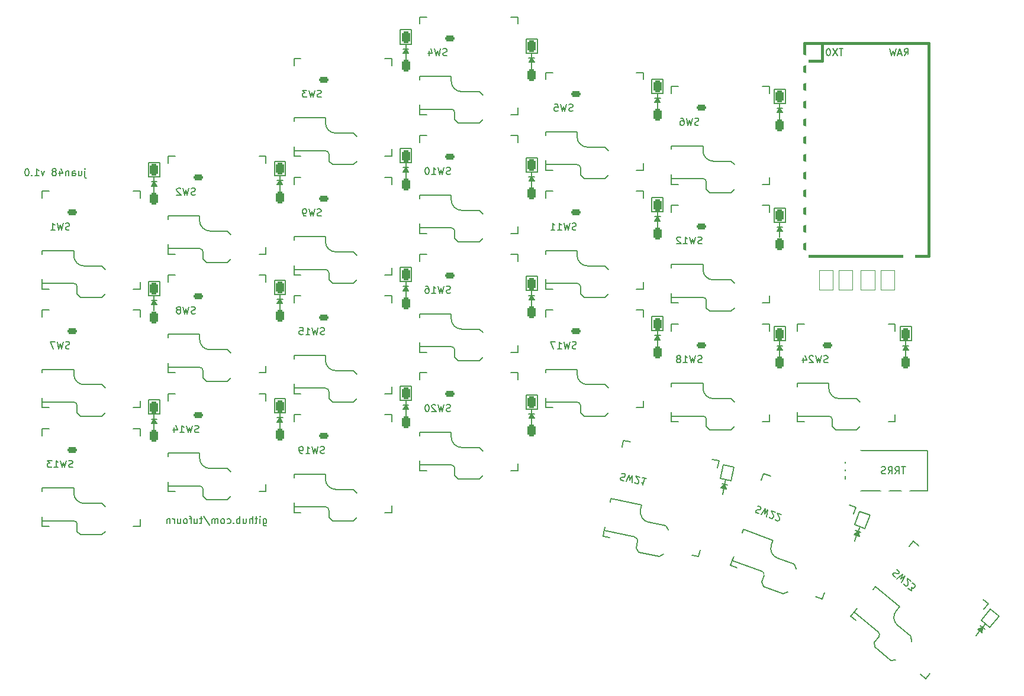
<source format=gbo>
G04 #@! TF.GenerationSoftware,KiCad,Pcbnew,6.0.11-3.fc36*
G04 #@! TF.CreationDate,2023-02-22T18:11:36-05:00*
G04 #@! TF.ProjectId,kb40,6b623430-2e6b-4696-9361-645f70636258,rev?*
G04 #@! TF.SameCoordinates,Original*
G04 #@! TF.FileFunction,Legend,Bot*
G04 #@! TF.FilePolarity,Positive*
%FSLAX46Y46*%
G04 Gerber Fmt 4.6, Leading zero omitted, Abs format (unit mm)*
G04 Created by KiCad (PCBNEW 6.0.11-3.fc36) date 2023-02-22 18:11:36*
%MOMM*%
%LPD*%
G01*
G04 APERTURE LIST*
G04 Aperture macros list*
%AMRoundRect*
0 Rectangle with rounded corners*
0 $1 Rounding radius*
0 $2 $3 $4 $5 $6 $7 $8 $9 X,Y pos of 4 corners*
0 Add a 4 corners polygon primitive as box body*
4,1,4,$2,$3,$4,$5,$6,$7,$8,$9,$2,$3,0*
0 Add four circle primitives for the rounded corners*
1,1,$1+$1,$2,$3*
1,1,$1+$1,$4,$5*
1,1,$1+$1,$6,$7*
1,1,$1+$1,$8,$9*
0 Add four rect primitives between the rounded corners*
20,1,$1+$1,$2,$3,$4,$5,0*
20,1,$1+$1,$4,$5,$6,$7,0*
20,1,$1+$1,$6,$7,$8,$9,0*
20,1,$1+$1,$8,$9,$2,$3,0*%
%AMRotRect*
0 Rectangle, with rotation*
0 The origin of the aperture is its center*
0 $1 length*
0 $2 width*
0 $3 Rotation angle, in degrees counterclockwise*
0 Add horizontal line*
21,1,$1,$2,0,0,$3*%
%AMFreePoly0*
4,1,6,0.600000,0.200000,0.000000,-0.400000,-0.600000,0.200000,-0.600000,0.500000,0.600000,0.500000,0.600000,0.200000,0.600000,0.200000,$1*%
%AMFreePoly1*
4,1,6,0.600000,-0.250000,-0.600000,-0.250000,-0.600000,1.000000,0.000000,0.400000,0.600000,1.000000,0.600000,-0.250000,0.600000,-0.250000,$1*%
%AMFreePoly2*
4,1,6,1.000000,0.000000,0.500000,-0.750000,-0.500000,-0.750000,-0.500000,0.750000,0.500000,0.750000,1.000000,0.000000,1.000000,0.000000,$1*%
%AMFreePoly3*
4,1,6,0.500000,-0.750000,-0.650000,-0.750000,-0.150000,0.000000,-0.650000,0.750000,0.500000,0.750000,0.500000,-0.750000,0.500000,-0.750000,$1*%
G04 Aperture macros list end*
%ADD10C,0.150000*%
%ADD11C,0.160000*%
%ADD12C,0.381000*%
%ADD13C,0.120000*%
%ADD14C,1.752600*%
%ADD15C,1.701800*%
%ADD16C,3.000000*%
%ADD17C,0.990600*%
%ADD18C,3.429000*%
%ADD19R,2.600000X2.600000*%
%ADD20RoundRect,0.300000X0.124041X0.614544X-0.583668X-0.228871X-0.124041X-0.614544X0.583668X0.228871X0*%
%ADD21RoundRect,0.300000X-0.300000X0.550500X-0.300000X-0.550500X0.300000X-0.550500X0.300000X0.550500X0*%
%ADD22R,1.400000X0.820000*%
%ADD23RoundRect,0.205000X0.495000X0.205000X-0.495000X0.205000X-0.495000X-0.205000X0.495000X-0.205000X0*%
%ADD24RotRect,2.600000X2.600000X340.000000*%
%ADD25RoundRect,0.300000X-0.178989X0.600844X-0.407900X-0.476097X0.178989X-0.600844X0.407900X0.476097X0*%
%ADD26R,1.700000X1.700000*%
%ADD27O,1.700000X1.700000*%
%ADD28RotRect,2.600000X2.600000X320.000000*%
%ADD29RoundRect,0.300000X-0.093626X0.619907X-0.470190X-0.414695X0.093626X-0.619907X0.470190X0.414695X0*%
%ADD30RotRect,2.600000X2.600000X348.000000*%
%ADD31RotRect,1.400000X0.820000X140.000000*%
%ADD32RoundRect,0.205000X0.510963X-0.161141X-0.247421X0.475219X-0.510963X0.161141X0.247421X-0.475219X0*%
%ADD33RotRect,1.400000X0.820000X168.000000*%
%ADD34RoundRect,0.205000X0.526805X0.097604X-0.441561X0.303437X-0.526805X-0.097604X0.441561X-0.303437X0*%
%ADD35FreePoly0,180.000000*%
%ADD36O,3.700000X1.700000*%
%ADD37C,1.200000*%
%ADD38FreePoly0,0.000000*%
%ADD39FreePoly1,0.000000*%
%ADD40O,2.200000X1.700000*%
%ADD41FreePoly1,180.000000*%
%ADD42RotRect,1.400000X0.820000X160.000000*%
%ADD43RoundRect,0.205000X0.535262X0.023337X-0.395034X0.361937X-0.535262X-0.023337X0.395034X-0.361937X0*%
%ADD44FreePoly2,90.000000*%
%ADD45FreePoly3,90.000000*%
G04 APERTURE END LIST*
D10*
X98106666Y-118403714D02*
X98106666Y-119213238D01*
X98154285Y-119308476D01*
X98201904Y-119356095D01*
X98297142Y-119403714D01*
X98440000Y-119403714D01*
X98535238Y-119356095D01*
X98106666Y-119022761D02*
X98201904Y-119070380D01*
X98392380Y-119070380D01*
X98487619Y-119022761D01*
X98535238Y-118975142D01*
X98582857Y-118879904D01*
X98582857Y-118594190D01*
X98535238Y-118498952D01*
X98487619Y-118451333D01*
X98392380Y-118403714D01*
X98201904Y-118403714D01*
X98106666Y-118451333D01*
X97630476Y-119070380D02*
X97630476Y-118403714D01*
X97630476Y-118070380D02*
X97678095Y-118118000D01*
X97630476Y-118165619D01*
X97582857Y-118118000D01*
X97630476Y-118070380D01*
X97630476Y-118165619D01*
X97297142Y-118403714D02*
X96916190Y-118403714D01*
X97154285Y-118070380D02*
X97154285Y-118927523D01*
X97106666Y-119022761D01*
X97011428Y-119070380D01*
X96916190Y-119070380D01*
X96582857Y-119070380D02*
X96582857Y-118070380D01*
X96154285Y-119070380D02*
X96154285Y-118546571D01*
X96201904Y-118451333D01*
X96297142Y-118403714D01*
X96440000Y-118403714D01*
X96535238Y-118451333D01*
X96582857Y-118498952D01*
X95249523Y-118403714D02*
X95249523Y-119070380D01*
X95678095Y-118403714D02*
X95678095Y-118927523D01*
X95630476Y-119022761D01*
X95535238Y-119070380D01*
X95392380Y-119070380D01*
X95297142Y-119022761D01*
X95249523Y-118975142D01*
X94773333Y-119070380D02*
X94773333Y-118070380D01*
X94773333Y-118451333D02*
X94678095Y-118403714D01*
X94487619Y-118403714D01*
X94392380Y-118451333D01*
X94344761Y-118498952D01*
X94297142Y-118594190D01*
X94297142Y-118879904D01*
X94344761Y-118975142D01*
X94392380Y-119022761D01*
X94487619Y-119070380D01*
X94678095Y-119070380D01*
X94773333Y-119022761D01*
X93868571Y-118975142D02*
X93820952Y-119022761D01*
X93868571Y-119070380D01*
X93916190Y-119022761D01*
X93868571Y-118975142D01*
X93868571Y-119070380D01*
X92963809Y-119022761D02*
X93059047Y-119070380D01*
X93249523Y-119070380D01*
X93344761Y-119022761D01*
X93392380Y-118975142D01*
X93440000Y-118879904D01*
X93440000Y-118594190D01*
X93392380Y-118498952D01*
X93344761Y-118451333D01*
X93249523Y-118403714D01*
X93059047Y-118403714D01*
X92963809Y-118451333D01*
X92392380Y-119070380D02*
X92487619Y-119022761D01*
X92535238Y-118975142D01*
X92582857Y-118879904D01*
X92582857Y-118594190D01*
X92535238Y-118498952D01*
X92487619Y-118451333D01*
X92392380Y-118403714D01*
X92249523Y-118403714D01*
X92154285Y-118451333D01*
X92106666Y-118498952D01*
X92059047Y-118594190D01*
X92059047Y-118879904D01*
X92106666Y-118975142D01*
X92154285Y-119022761D01*
X92249523Y-119070380D01*
X92392380Y-119070380D01*
X91630476Y-119070380D02*
X91630476Y-118403714D01*
X91630476Y-118498952D02*
X91582857Y-118451333D01*
X91487619Y-118403714D01*
X91344761Y-118403714D01*
X91249523Y-118451333D01*
X91201904Y-118546571D01*
X91201904Y-119070380D01*
X91201904Y-118546571D02*
X91154285Y-118451333D01*
X91059047Y-118403714D01*
X90916190Y-118403714D01*
X90820952Y-118451333D01*
X90773333Y-118546571D01*
X90773333Y-119070380D01*
X89582857Y-118022761D02*
X90440000Y-119308476D01*
X89392380Y-118403714D02*
X89011428Y-118403714D01*
X89249523Y-118070380D02*
X89249523Y-118927523D01*
X89201904Y-119022761D01*
X89106666Y-119070380D01*
X89011428Y-119070380D01*
X88249523Y-118403714D02*
X88249523Y-119070380D01*
X88678095Y-118403714D02*
X88678095Y-118927523D01*
X88630476Y-119022761D01*
X88535238Y-119070380D01*
X88392380Y-119070380D01*
X88297142Y-119022761D01*
X88249523Y-118975142D01*
X87916190Y-118403714D02*
X87535238Y-118403714D01*
X87773333Y-119070380D02*
X87773333Y-118213238D01*
X87725714Y-118118000D01*
X87630476Y-118070380D01*
X87535238Y-118070380D01*
X87059047Y-119070380D02*
X87154285Y-119022761D01*
X87201904Y-118975142D01*
X87249523Y-118879904D01*
X87249523Y-118594190D01*
X87201904Y-118498952D01*
X87154285Y-118451333D01*
X87059047Y-118403714D01*
X86916190Y-118403714D01*
X86820952Y-118451333D01*
X86773333Y-118498952D01*
X86725714Y-118594190D01*
X86725714Y-118879904D01*
X86773333Y-118975142D01*
X86820952Y-119022761D01*
X86916190Y-119070380D01*
X87059047Y-119070380D01*
X85868571Y-118403714D02*
X85868571Y-119070380D01*
X86297142Y-118403714D02*
X86297142Y-118927523D01*
X86249523Y-119022761D01*
X86154285Y-119070380D01*
X86011428Y-119070380D01*
X85916190Y-119022761D01*
X85868571Y-118975142D01*
X85392380Y-119070380D02*
X85392380Y-118403714D01*
X85392380Y-118594190D02*
X85344761Y-118498952D01*
X85297142Y-118451333D01*
X85201904Y-118403714D01*
X85106666Y-118403714D01*
X84773333Y-118403714D02*
X84773333Y-119070380D01*
X84773333Y-118498952D02*
X84725714Y-118451333D01*
X84630476Y-118403714D01*
X84487619Y-118403714D01*
X84392380Y-118451333D01*
X84344761Y-118546571D01*
X84344761Y-119070380D01*
X72587904Y-68619714D02*
X72587904Y-69476857D01*
X72635523Y-69572095D01*
X72730761Y-69619714D01*
X72778380Y-69619714D01*
X72587904Y-68286380D02*
X72635523Y-68334000D01*
X72587904Y-68381619D01*
X72540285Y-68334000D01*
X72587904Y-68286380D01*
X72587904Y-68381619D01*
X71683142Y-68619714D02*
X71683142Y-69286380D01*
X72111714Y-68619714D02*
X72111714Y-69143523D01*
X72064095Y-69238761D01*
X71968857Y-69286380D01*
X71826000Y-69286380D01*
X71730761Y-69238761D01*
X71683142Y-69191142D01*
X70778380Y-69286380D02*
X70778380Y-68762571D01*
X70826000Y-68667333D01*
X70921238Y-68619714D01*
X71111714Y-68619714D01*
X71206952Y-68667333D01*
X70778380Y-69238761D02*
X70873619Y-69286380D01*
X71111714Y-69286380D01*
X71206952Y-69238761D01*
X71254571Y-69143523D01*
X71254571Y-69048285D01*
X71206952Y-68953047D01*
X71111714Y-68905428D01*
X70873619Y-68905428D01*
X70778380Y-68857809D01*
X70302190Y-68619714D02*
X70302190Y-69286380D01*
X70302190Y-68714952D02*
X70254571Y-68667333D01*
X70159333Y-68619714D01*
X70016476Y-68619714D01*
X69921238Y-68667333D01*
X69873619Y-68762571D01*
X69873619Y-69286380D01*
X68968857Y-68619714D02*
X68968857Y-69286380D01*
X69206952Y-68238761D02*
X69445047Y-68953047D01*
X68826000Y-68953047D01*
X68302190Y-68714952D02*
X68397428Y-68667333D01*
X68445047Y-68619714D01*
X68492666Y-68524476D01*
X68492666Y-68476857D01*
X68445047Y-68381619D01*
X68397428Y-68334000D01*
X68302190Y-68286380D01*
X68111714Y-68286380D01*
X68016476Y-68334000D01*
X67968857Y-68381619D01*
X67921238Y-68476857D01*
X67921238Y-68524476D01*
X67968857Y-68619714D01*
X68016476Y-68667333D01*
X68111714Y-68714952D01*
X68302190Y-68714952D01*
X68397428Y-68762571D01*
X68445047Y-68810190D01*
X68492666Y-68905428D01*
X68492666Y-69095904D01*
X68445047Y-69191142D01*
X68397428Y-69238761D01*
X68302190Y-69286380D01*
X68111714Y-69286380D01*
X68016476Y-69238761D01*
X67968857Y-69191142D01*
X67921238Y-69095904D01*
X67921238Y-68905428D01*
X67968857Y-68810190D01*
X68016476Y-68762571D01*
X68111714Y-68714952D01*
X66826000Y-68619714D02*
X66587904Y-69286380D01*
X66349809Y-68619714D01*
X65445047Y-69286380D02*
X66016476Y-69286380D01*
X65730761Y-69286380D02*
X65730761Y-68286380D01*
X65826000Y-68429238D01*
X65921238Y-68524476D01*
X66016476Y-68572095D01*
X65016476Y-69191142D02*
X64968857Y-69238761D01*
X65016476Y-69286380D01*
X65064095Y-69238761D01*
X65016476Y-69191142D01*
X65016476Y-69286380D01*
X64349809Y-68286380D02*
X64254571Y-68286380D01*
X64159333Y-68334000D01*
X64111714Y-68381619D01*
X64064095Y-68476857D01*
X64016476Y-68667333D01*
X64016476Y-68905428D01*
X64064095Y-69095904D01*
X64111714Y-69191142D01*
X64159333Y-69238761D01*
X64254571Y-69286380D01*
X64349809Y-69286380D01*
X64445047Y-69238761D01*
X64492666Y-69191142D01*
X64540285Y-69095904D01*
X64587904Y-68905428D01*
X64587904Y-68667333D01*
X64540285Y-68476857D01*
X64492666Y-68381619D01*
X64445047Y-68334000D01*
X64349809Y-68286380D01*
X142388333Y-59999761D02*
X142245476Y-60047380D01*
X142007380Y-60047380D01*
X141912142Y-59999761D01*
X141864523Y-59952142D01*
X141816904Y-59856904D01*
X141816904Y-59761666D01*
X141864523Y-59666428D01*
X141912142Y-59618809D01*
X142007380Y-59571190D01*
X142197857Y-59523571D01*
X142293095Y-59475952D01*
X142340714Y-59428333D01*
X142388333Y-59333095D01*
X142388333Y-59237857D01*
X142340714Y-59142619D01*
X142293095Y-59095000D01*
X142197857Y-59047380D01*
X141959761Y-59047380D01*
X141816904Y-59095000D01*
X141483571Y-59047380D02*
X141245476Y-60047380D01*
X141055000Y-59333095D01*
X140864523Y-60047380D01*
X140626428Y-59047380D01*
X139769285Y-59047380D02*
X140245476Y-59047380D01*
X140293095Y-59523571D01*
X140245476Y-59475952D01*
X140150238Y-59428333D01*
X139912142Y-59428333D01*
X139816904Y-59475952D01*
X139769285Y-59523571D01*
X139721666Y-59618809D01*
X139721666Y-59856904D01*
X139769285Y-59952142D01*
X139816904Y-59999761D01*
X139912142Y-60047380D01*
X140150238Y-60047380D01*
X140245476Y-59999761D01*
X140293095Y-59952142D01*
X160864523Y-78999761D02*
X160721666Y-79047380D01*
X160483571Y-79047380D01*
X160388333Y-78999761D01*
X160340714Y-78952142D01*
X160293095Y-78856904D01*
X160293095Y-78761666D01*
X160340714Y-78666428D01*
X160388333Y-78618809D01*
X160483571Y-78571190D01*
X160674047Y-78523571D01*
X160769285Y-78475952D01*
X160816904Y-78428333D01*
X160864523Y-78333095D01*
X160864523Y-78237857D01*
X160816904Y-78142619D01*
X160769285Y-78095000D01*
X160674047Y-78047380D01*
X160435952Y-78047380D01*
X160293095Y-78095000D01*
X159959761Y-78047380D02*
X159721666Y-79047380D01*
X159531190Y-78333095D01*
X159340714Y-79047380D01*
X159102619Y-78047380D01*
X158197857Y-79047380D02*
X158769285Y-79047380D01*
X158483571Y-79047380D02*
X158483571Y-78047380D01*
X158578809Y-78190238D01*
X158674047Y-78285476D01*
X158769285Y-78333095D01*
X157816904Y-78142619D02*
X157769285Y-78095000D01*
X157674047Y-78047380D01*
X157435952Y-78047380D01*
X157340714Y-78095000D01*
X157293095Y-78142619D01*
X157245476Y-78237857D01*
X157245476Y-78333095D01*
X157293095Y-78475952D01*
X157864523Y-79047380D01*
X157245476Y-79047380D01*
X106388333Y-57999761D02*
X106245476Y-58047380D01*
X106007380Y-58047380D01*
X105912142Y-57999761D01*
X105864523Y-57952142D01*
X105816904Y-57856904D01*
X105816904Y-57761666D01*
X105864523Y-57666428D01*
X105912142Y-57618809D01*
X106007380Y-57571190D01*
X106197857Y-57523571D01*
X106293095Y-57475952D01*
X106340714Y-57428333D01*
X106388333Y-57333095D01*
X106388333Y-57237857D01*
X106340714Y-57142619D01*
X106293095Y-57095000D01*
X106197857Y-57047380D01*
X105959761Y-57047380D01*
X105816904Y-57095000D01*
X105483571Y-57047380D02*
X105245476Y-58047380D01*
X105055000Y-57333095D01*
X104864523Y-58047380D01*
X104626428Y-57047380D01*
X104340714Y-57047380D02*
X103721666Y-57047380D01*
X104055000Y-57428333D01*
X103912142Y-57428333D01*
X103816904Y-57475952D01*
X103769285Y-57523571D01*
X103721666Y-57618809D01*
X103721666Y-57856904D01*
X103769285Y-57952142D01*
X103816904Y-57999761D01*
X103912142Y-58047380D01*
X104197857Y-58047380D01*
X104293095Y-57999761D01*
X104340714Y-57952142D01*
X88864523Y-105999761D02*
X88721666Y-106047380D01*
X88483571Y-106047380D01*
X88388333Y-105999761D01*
X88340714Y-105952142D01*
X88293095Y-105856904D01*
X88293095Y-105761666D01*
X88340714Y-105666428D01*
X88388333Y-105618809D01*
X88483571Y-105571190D01*
X88674047Y-105523571D01*
X88769285Y-105475952D01*
X88816904Y-105428333D01*
X88864523Y-105333095D01*
X88864523Y-105237857D01*
X88816904Y-105142619D01*
X88769285Y-105095000D01*
X88674047Y-105047380D01*
X88435952Y-105047380D01*
X88293095Y-105095000D01*
X87959761Y-105047380D02*
X87721666Y-106047380D01*
X87531190Y-105333095D01*
X87340714Y-106047380D01*
X87102619Y-105047380D01*
X86197857Y-106047380D02*
X86769285Y-106047380D01*
X86483571Y-106047380D02*
X86483571Y-105047380D01*
X86578809Y-105190238D01*
X86674047Y-105285476D01*
X86769285Y-105333095D01*
X85340714Y-105380714D02*
X85340714Y-106047380D01*
X85578809Y-104999761D02*
X85816904Y-105714047D01*
X85197857Y-105714047D01*
X168805161Y-116606915D02*
X168955690Y-116611028D01*
X169179426Y-116692461D01*
X169252634Y-116769782D01*
X169281094Y-116830816D01*
X169293268Y-116936597D01*
X169260695Y-117026092D01*
X169183374Y-117099299D01*
X169122340Y-117127760D01*
X169016559Y-117139934D01*
X168821283Y-117119535D01*
X168715502Y-117131708D01*
X168654468Y-117160169D01*
X168577148Y-117233377D01*
X168544574Y-117322871D01*
X168556748Y-117428653D01*
X168585209Y-117489687D01*
X168658417Y-117567007D01*
X168882153Y-117648441D01*
X169032681Y-117652553D01*
X169329626Y-117811307D02*
X169895382Y-116953048D01*
X169830071Y-117689404D01*
X170253360Y-117083341D01*
X170135076Y-118104467D01*
X170480881Y-118128980D02*
X170509341Y-118190014D01*
X170582549Y-118267334D01*
X170806286Y-118348768D01*
X170912067Y-118336594D01*
X170973101Y-118308133D01*
X171050421Y-118234925D01*
X171082995Y-118145431D01*
X171087107Y-117994902D01*
X170745580Y-117262495D01*
X171327295Y-117474222D01*
X171375826Y-118454713D02*
X171404287Y-118515747D01*
X171477495Y-118593068D01*
X171701231Y-118674501D01*
X171807012Y-118662327D01*
X171868046Y-118633866D01*
X171945367Y-118560659D01*
X171977940Y-118471164D01*
X171982053Y-118320636D01*
X171640526Y-117588228D01*
X172222240Y-117799955D01*
X106864523Y-108999761D02*
X106721666Y-109047380D01*
X106483571Y-109047380D01*
X106388333Y-108999761D01*
X106340714Y-108952142D01*
X106293095Y-108856904D01*
X106293095Y-108761666D01*
X106340714Y-108666428D01*
X106388333Y-108618809D01*
X106483571Y-108571190D01*
X106674047Y-108523571D01*
X106769285Y-108475952D01*
X106816904Y-108428333D01*
X106864523Y-108333095D01*
X106864523Y-108237857D01*
X106816904Y-108142619D01*
X106769285Y-108095000D01*
X106674047Y-108047380D01*
X106435952Y-108047380D01*
X106293095Y-108095000D01*
X105959761Y-108047380D02*
X105721666Y-109047380D01*
X105531190Y-108333095D01*
X105340714Y-109047380D01*
X105102619Y-108047380D01*
X104197857Y-109047380D02*
X104769285Y-109047380D01*
X104483571Y-109047380D02*
X104483571Y-108047380D01*
X104578809Y-108190238D01*
X104674047Y-108285476D01*
X104769285Y-108333095D01*
X103721666Y-109047380D02*
X103531190Y-109047380D01*
X103435952Y-108999761D01*
X103388333Y-108952142D01*
X103293095Y-108809285D01*
X103245476Y-108618809D01*
X103245476Y-108237857D01*
X103293095Y-108142619D01*
X103340714Y-108095000D01*
X103435952Y-108047380D01*
X103626428Y-108047380D01*
X103721666Y-108095000D01*
X103769285Y-108142619D01*
X103816904Y-108237857D01*
X103816904Y-108475952D01*
X103769285Y-108571190D01*
X103721666Y-108618809D01*
X103626428Y-108666428D01*
X103435952Y-108666428D01*
X103340714Y-108618809D01*
X103293095Y-108571190D01*
X103245476Y-108475952D01*
X88388333Y-71999761D02*
X88245476Y-72047380D01*
X88007380Y-72047380D01*
X87912142Y-71999761D01*
X87864523Y-71952142D01*
X87816904Y-71856904D01*
X87816904Y-71761666D01*
X87864523Y-71666428D01*
X87912142Y-71618809D01*
X88007380Y-71571190D01*
X88197857Y-71523571D01*
X88293095Y-71475952D01*
X88340714Y-71428333D01*
X88388333Y-71333095D01*
X88388333Y-71237857D01*
X88340714Y-71142619D01*
X88293095Y-71095000D01*
X88197857Y-71047380D01*
X87959761Y-71047380D01*
X87816904Y-71095000D01*
X87483571Y-71047380D02*
X87245476Y-72047380D01*
X87055000Y-71333095D01*
X86864523Y-72047380D01*
X86626428Y-71047380D01*
X86293095Y-71142619D02*
X86245476Y-71095000D01*
X86150238Y-71047380D01*
X85912142Y-71047380D01*
X85816904Y-71095000D01*
X85769285Y-71142619D01*
X85721666Y-71237857D01*
X85721666Y-71333095D01*
X85769285Y-71475952D01*
X86340714Y-72047380D01*
X85721666Y-72047380D01*
X142864523Y-93999761D02*
X142721666Y-94047380D01*
X142483571Y-94047380D01*
X142388333Y-93999761D01*
X142340714Y-93952142D01*
X142293095Y-93856904D01*
X142293095Y-93761666D01*
X142340714Y-93666428D01*
X142388333Y-93618809D01*
X142483571Y-93571190D01*
X142674047Y-93523571D01*
X142769285Y-93475952D01*
X142816904Y-93428333D01*
X142864523Y-93333095D01*
X142864523Y-93237857D01*
X142816904Y-93142619D01*
X142769285Y-93095000D01*
X142674047Y-93047380D01*
X142435952Y-93047380D01*
X142293095Y-93095000D01*
X141959761Y-93047380D02*
X141721666Y-94047380D01*
X141531190Y-93333095D01*
X141340714Y-94047380D01*
X141102619Y-93047380D01*
X140197857Y-94047380D02*
X140769285Y-94047380D01*
X140483571Y-94047380D02*
X140483571Y-93047380D01*
X140578809Y-93190238D01*
X140674047Y-93285476D01*
X140769285Y-93333095D01*
X139864523Y-93047380D02*
X139197857Y-93047380D01*
X139626428Y-94047380D01*
X106388333Y-74999761D02*
X106245476Y-75047380D01*
X106007380Y-75047380D01*
X105912142Y-74999761D01*
X105864523Y-74952142D01*
X105816904Y-74856904D01*
X105816904Y-74761666D01*
X105864523Y-74666428D01*
X105912142Y-74618809D01*
X106007380Y-74571190D01*
X106197857Y-74523571D01*
X106293095Y-74475952D01*
X106340714Y-74428333D01*
X106388333Y-74333095D01*
X106388333Y-74237857D01*
X106340714Y-74142619D01*
X106293095Y-74095000D01*
X106197857Y-74047380D01*
X105959761Y-74047380D01*
X105816904Y-74095000D01*
X105483571Y-74047380D02*
X105245476Y-75047380D01*
X105055000Y-74333095D01*
X104864523Y-75047380D01*
X104626428Y-74047380D01*
X104197857Y-75047380D02*
X104007380Y-75047380D01*
X103912142Y-74999761D01*
X103864523Y-74952142D01*
X103769285Y-74809285D01*
X103721666Y-74618809D01*
X103721666Y-74237857D01*
X103769285Y-74142619D01*
X103816904Y-74095000D01*
X103912142Y-74047380D01*
X104102619Y-74047380D01*
X104197857Y-74095000D01*
X104245476Y-74142619D01*
X104293095Y-74237857D01*
X104293095Y-74475952D01*
X104245476Y-74571190D01*
X104197857Y-74618809D01*
X104102619Y-74666428D01*
X103912142Y-74666428D01*
X103816904Y-74618809D01*
X103769285Y-74571190D01*
X103721666Y-74475952D01*
X124864523Y-102999761D02*
X124721666Y-103047380D01*
X124483571Y-103047380D01*
X124388333Y-102999761D01*
X124340714Y-102952142D01*
X124293095Y-102856904D01*
X124293095Y-102761666D01*
X124340714Y-102666428D01*
X124388333Y-102618809D01*
X124483571Y-102571190D01*
X124674047Y-102523571D01*
X124769285Y-102475952D01*
X124816904Y-102428333D01*
X124864523Y-102333095D01*
X124864523Y-102237857D01*
X124816904Y-102142619D01*
X124769285Y-102095000D01*
X124674047Y-102047380D01*
X124435952Y-102047380D01*
X124293095Y-102095000D01*
X123959761Y-102047380D02*
X123721666Y-103047380D01*
X123531190Y-102333095D01*
X123340714Y-103047380D01*
X123102619Y-102047380D01*
X122769285Y-102142619D02*
X122721666Y-102095000D01*
X122626428Y-102047380D01*
X122388333Y-102047380D01*
X122293095Y-102095000D01*
X122245476Y-102142619D01*
X122197857Y-102237857D01*
X122197857Y-102333095D01*
X122245476Y-102475952D01*
X122816904Y-103047380D01*
X122197857Y-103047380D01*
X121578809Y-102047380D02*
X121483571Y-102047380D01*
X121388333Y-102095000D01*
X121340714Y-102142619D01*
X121293095Y-102237857D01*
X121245476Y-102428333D01*
X121245476Y-102666428D01*
X121293095Y-102856904D01*
X121340714Y-102952142D01*
X121388333Y-102999761D01*
X121483571Y-103047380D01*
X121578809Y-103047380D01*
X121674047Y-102999761D01*
X121721666Y-102952142D01*
X121769285Y-102856904D01*
X121816904Y-102666428D01*
X121816904Y-102428333D01*
X121769285Y-102237857D01*
X121721666Y-102142619D01*
X121674047Y-102095000D01*
X121578809Y-102047380D01*
X124864523Y-86049761D02*
X124721666Y-86097380D01*
X124483571Y-86097380D01*
X124388333Y-86049761D01*
X124340714Y-86002142D01*
X124293095Y-85906904D01*
X124293095Y-85811666D01*
X124340714Y-85716428D01*
X124388333Y-85668809D01*
X124483571Y-85621190D01*
X124674047Y-85573571D01*
X124769285Y-85525952D01*
X124816904Y-85478333D01*
X124864523Y-85383095D01*
X124864523Y-85287857D01*
X124816904Y-85192619D01*
X124769285Y-85145000D01*
X124674047Y-85097380D01*
X124435952Y-85097380D01*
X124293095Y-85145000D01*
X123959761Y-85097380D02*
X123721666Y-86097380D01*
X123531190Y-85383095D01*
X123340714Y-86097380D01*
X123102619Y-85097380D01*
X122197857Y-86097380D02*
X122769285Y-86097380D01*
X122483571Y-86097380D02*
X122483571Y-85097380D01*
X122578809Y-85240238D01*
X122674047Y-85335476D01*
X122769285Y-85383095D01*
X121340714Y-85097380D02*
X121531190Y-85097380D01*
X121626428Y-85145000D01*
X121674047Y-85192619D01*
X121769285Y-85335476D01*
X121816904Y-85525952D01*
X121816904Y-85906904D01*
X121769285Y-86002142D01*
X121721666Y-86049761D01*
X121626428Y-86097380D01*
X121435952Y-86097380D01*
X121340714Y-86049761D01*
X121293095Y-86002142D01*
X121245476Y-85906904D01*
X121245476Y-85668809D01*
X121293095Y-85573571D01*
X121340714Y-85525952D01*
X121435952Y-85478333D01*
X121626428Y-85478333D01*
X121721666Y-85525952D01*
X121769285Y-85573571D01*
X121816904Y-85668809D01*
X188682308Y-125677750D02*
X188822352Y-125733099D01*
X189004743Y-125886144D01*
X189047091Y-125983840D01*
X189052960Y-126050927D01*
X189028221Y-126154493D01*
X188967003Y-126227449D01*
X188869307Y-126269797D01*
X188802219Y-126275666D01*
X188698654Y-126250927D01*
X188522132Y-126164969D01*
X188418566Y-126140230D01*
X188351479Y-126146099D01*
X188253783Y-126188447D01*
X188192565Y-126261403D01*
X188167825Y-126364969D01*
X188173695Y-126432056D01*
X188216042Y-126529752D01*
X188398434Y-126682797D01*
X188538478Y-126738145D01*
X188763217Y-126988886D02*
X189588396Y-126375887D01*
X189275175Y-127045497D01*
X189880223Y-126620758D01*
X189419826Y-127539847D01*
X189736392Y-127681153D02*
X189742262Y-127748240D01*
X189784610Y-127845936D01*
X189967001Y-127998981D01*
X190070567Y-128023721D01*
X190137654Y-128017851D01*
X190235350Y-127975504D01*
X190296568Y-127902547D01*
X190351916Y-127762503D01*
X190281484Y-126957456D01*
X190755702Y-127355372D01*
X190368262Y-128335679D02*
X190842480Y-128733596D01*
X190832004Y-128227507D01*
X190941439Y-128319333D01*
X191045004Y-128344073D01*
X191112091Y-128338204D01*
X191209788Y-128295856D01*
X191362832Y-128113464D01*
X191387572Y-128009899D01*
X191381702Y-127942812D01*
X191339355Y-127845115D01*
X191120485Y-127661462D01*
X191016919Y-127636722D01*
X190949832Y-127642592D01*
X70864523Y-110999761D02*
X70721666Y-111047380D01*
X70483571Y-111047380D01*
X70388333Y-110999761D01*
X70340714Y-110952142D01*
X70293095Y-110856904D01*
X70293095Y-110761666D01*
X70340714Y-110666428D01*
X70388333Y-110618809D01*
X70483571Y-110571190D01*
X70674047Y-110523571D01*
X70769285Y-110475952D01*
X70816904Y-110428333D01*
X70864523Y-110333095D01*
X70864523Y-110237857D01*
X70816904Y-110142619D01*
X70769285Y-110095000D01*
X70674047Y-110047380D01*
X70435952Y-110047380D01*
X70293095Y-110095000D01*
X69959761Y-110047380D02*
X69721666Y-111047380D01*
X69531190Y-110333095D01*
X69340714Y-111047380D01*
X69102619Y-110047380D01*
X68197857Y-111047380D02*
X68769285Y-111047380D01*
X68483571Y-111047380D02*
X68483571Y-110047380D01*
X68578809Y-110190238D01*
X68674047Y-110285476D01*
X68769285Y-110333095D01*
X67864523Y-110047380D02*
X67245476Y-110047380D01*
X67578809Y-110428333D01*
X67435952Y-110428333D01*
X67340714Y-110475952D01*
X67293095Y-110523571D01*
X67245476Y-110618809D01*
X67245476Y-110856904D01*
X67293095Y-110952142D01*
X67340714Y-110999761D01*
X67435952Y-111047380D01*
X67721666Y-111047380D01*
X67816904Y-110999761D01*
X67864523Y-110952142D01*
X124864523Y-69049761D02*
X124721666Y-69097380D01*
X124483571Y-69097380D01*
X124388333Y-69049761D01*
X124340714Y-69002142D01*
X124293095Y-68906904D01*
X124293095Y-68811666D01*
X124340714Y-68716428D01*
X124388333Y-68668809D01*
X124483571Y-68621190D01*
X124674047Y-68573571D01*
X124769285Y-68525952D01*
X124816904Y-68478333D01*
X124864523Y-68383095D01*
X124864523Y-68287857D01*
X124816904Y-68192619D01*
X124769285Y-68145000D01*
X124674047Y-68097380D01*
X124435952Y-68097380D01*
X124293095Y-68145000D01*
X123959761Y-68097380D02*
X123721666Y-69097380D01*
X123531190Y-68383095D01*
X123340714Y-69097380D01*
X123102619Y-68097380D01*
X122197857Y-69097380D02*
X122769285Y-69097380D01*
X122483571Y-69097380D02*
X122483571Y-68097380D01*
X122578809Y-68240238D01*
X122674047Y-68335476D01*
X122769285Y-68383095D01*
X121578809Y-68097380D02*
X121483571Y-68097380D01*
X121388333Y-68145000D01*
X121340714Y-68192619D01*
X121293095Y-68287857D01*
X121245476Y-68478333D01*
X121245476Y-68716428D01*
X121293095Y-68906904D01*
X121340714Y-69002142D01*
X121388333Y-69049761D01*
X121483571Y-69097380D01*
X121578809Y-69097380D01*
X121674047Y-69049761D01*
X121721666Y-69002142D01*
X121769285Y-68906904D01*
X121816904Y-68716428D01*
X121816904Y-68478333D01*
X121769285Y-68287857D01*
X121721666Y-68192619D01*
X121674047Y-68145000D01*
X121578809Y-68097380D01*
X70388333Y-76999761D02*
X70245476Y-77047380D01*
X70007380Y-77047380D01*
X69912142Y-76999761D01*
X69864523Y-76952142D01*
X69816904Y-76856904D01*
X69816904Y-76761666D01*
X69864523Y-76666428D01*
X69912142Y-76618809D01*
X70007380Y-76571190D01*
X70197857Y-76523571D01*
X70293095Y-76475952D01*
X70340714Y-76428333D01*
X70388333Y-76333095D01*
X70388333Y-76237857D01*
X70340714Y-76142619D01*
X70293095Y-76095000D01*
X70197857Y-76047380D01*
X69959761Y-76047380D01*
X69816904Y-76095000D01*
X69483571Y-76047380D02*
X69245476Y-77047380D01*
X69055000Y-76333095D01*
X68864523Y-77047380D01*
X68626428Y-76047380D01*
X67721666Y-77047380D02*
X68293095Y-77047380D01*
X68007380Y-77047380D02*
X68007380Y-76047380D01*
X68102619Y-76190238D01*
X68197857Y-76285476D01*
X68293095Y-76333095D01*
X142864523Y-76999761D02*
X142721666Y-77047380D01*
X142483571Y-77047380D01*
X142388333Y-76999761D01*
X142340714Y-76952142D01*
X142293095Y-76856904D01*
X142293095Y-76761666D01*
X142340714Y-76666428D01*
X142388333Y-76618809D01*
X142483571Y-76571190D01*
X142674047Y-76523571D01*
X142769285Y-76475952D01*
X142816904Y-76428333D01*
X142864523Y-76333095D01*
X142864523Y-76237857D01*
X142816904Y-76142619D01*
X142769285Y-76095000D01*
X142674047Y-76047380D01*
X142435952Y-76047380D01*
X142293095Y-76095000D01*
X141959761Y-76047380D02*
X141721666Y-77047380D01*
X141531190Y-76333095D01*
X141340714Y-77047380D01*
X141102619Y-76047380D01*
X140197857Y-77047380D02*
X140769285Y-77047380D01*
X140483571Y-77047380D02*
X140483571Y-76047380D01*
X140578809Y-76190238D01*
X140674047Y-76285476D01*
X140769285Y-76333095D01*
X139245476Y-77047380D02*
X139816904Y-77047380D01*
X139531190Y-77047380D02*
X139531190Y-76047380D01*
X139626428Y-76190238D01*
X139721666Y-76285476D01*
X139816904Y-76333095D01*
X149362379Y-111940322D02*
X149512015Y-111923446D01*
X149744907Y-111972948D01*
X149828163Y-112039328D01*
X149864841Y-112095807D01*
X149891619Y-112198865D01*
X149871818Y-112292021D01*
X149805438Y-112375278D01*
X149748959Y-112411956D01*
X149645902Y-112438733D01*
X149449687Y-112445709D01*
X149346630Y-112472487D01*
X149290151Y-112509165D01*
X149223771Y-112592421D01*
X149203970Y-112685578D01*
X149230747Y-112788635D01*
X149267425Y-112845114D01*
X149350682Y-112911494D01*
X149583574Y-112960997D01*
X149733210Y-112944120D01*
X150049358Y-113060002D02*
X150490162Y-112131357D01*
X150527968Y-112869636D01*
X150862790Y-112210562D01*
X150887771Y-113238212D01*
X151233621Y-113214359D02*
X151270299Y-113270838D01*
X151353555Y-113337218D01*
X151586447Y-113386721D01*
X151689505Y-113359943D01*
X151745984Y-113323265D01*
X151812364Y-113240009D01*
X151832165Y-113146852D01*
X151815288Y-112997216D01*
X151375153Y-112319468D01*
X151980673Y-112448175D01*
X152912242Y-112646186D02*
X152353301Y-112527380D01*
X152632771Y-112586783D02*
X152424860Y-113564931D01*
X152361404Y-113405394D01*
X152288049Y-113292436D01*
X152204792Y-113226056D01*
X160388333Y-61999761D02*
X160245476Y-62047380D01*
X160007380Y-62047380D01*
X159912142Y-61999761D01*
X159864523Y-61952142D01*
X159816904Y-61856904D01*
X159816904Y-61761666D01*
X159864523Y-61666428D01*
X159912142Y-61618809D01*
X160007380Y-61571190D01*
X160197857Y-61523571D01*
X160293095Y-61475952D01*
X160340714Y-61428333D01*
X160388333Y-61333095D01*
X160388333Y-61237857D01*
X160340714Y-61142619D01*
X160293095Y-61095000D01*
X160197857Y-61047380D01*
X159959761Y-61047380D01*
X159816904Y-61095000D01*
X159483571Y-61047380D02*
X159245476Y-62047380D01*
X159055000Y-61333095D01*
X158864523Y-62047380D01*
X158626428Y-61047380D01*
X157816904Y-61047380D02*
X158007380Y-61047380D01*
X158102619Y-61095000D01*
X158150238Y-61142619D01*
X158245476Y-61285476D01*
X158293095Y-61475952D01*
X158293095Y-61856904D01*
X158245476Y-61952142D01*
X158197857Y-61999761D01*
X158102619Y-62047380D01*
X157912142Y-62047380D01*
X157816904Y-61999761D01*
X157769285Y-61952142D01*
X157721666Y-61856904D01*
X157721666Y-61618809D01*
X157769285Y-61523571D01*
X157816904Y-61475952D01*
X157912142Y-61428333D01*
X158102619Y-61428333D01*
X158197857Y-61475952D01*
X158245476Y-61523571D01*
X158293095Y-61618809D01*
X106864523Y-91999761D02*
X106721666Y-92047380D01*
X106483571Y-92047380D01*
X106388333Y-91999761D01*
X106340714Y-91952142D01*
X106293095Y-91856904D01*
X106293095Y-91761666D01*
X106340714Y-91666428D01*
X106388333Y-91618809D01*
X106483571Y-91571190D01*
X106674047Y-91523571D01*
X106769285Y-91475952D01*
X106816904Y-91428333D01*
X106864523Y-91333095D01*
X106864523Y-91237857D01*
X106816904Y-91142619D01*
X106769285Y-91095000D01*
X106674047Y-91047380D01*
X106435952Y-91047380D01*
X106293095Y-91095000D01*
X105959761Y-91047380D02*
X105721666Y-92047380D01*
X105531190Y-91333095D01*
X105340714Y-92047380D01*
X105102619Y-91047380D01*
X104197857Y-92047380D02*
X104769285Y-92047380D01*
X104483571Y-92047380D02*
X104483571Y-91047380D01*
X104578809Y-91190238D01*
X104674047Y-91285476D01*
X104769285Y-91333095D01*
X103293095Y-91047380D02*
X103769285Y-91047380D01*
X103816904Y-91523571D01*
X103769285Y-91475952D01*
X103674047Y-91428333D01*
X103435952Y-91428333D01*
X103340714Y-91475952D01*
X103293095Y-91523571D01*
X103245476Y-91618809D01*
X103245476Y-91856904D01*
X103293095Y-91952142D01*
X103340714Y-91999761D01*
X103435952Y-92047380D01*
X103674047Y-92047380D01*
X103769285Y-91999761D01*
X103816904Y-91952142D01*
X189794476Y-52084380D02*
X190127809Y-51608190D01*
X190365904Y-52084380D02*
X190365904Y-51084380D01*
X189984952Y-51084380D01*
X189889714Y-51132000D01*
X189842095Y-51179619D01*
X189794476Y-51274857D01*
X189794476Y-51417714D01*
X189842095Y-51512952D01*
X189889714Y-51560571D01*
X189984952Y-51608190D01*
X190365904Y-51608190D01*
X189413523Y-51798666D02*
X188937333Y-51798666D01*
X189508761Y-52084380D02*
X189175428Y-51084380D01*
X188842095Y-52084380D01*
X188604000Y-51084380D02*
X188365904Y-52084380D01*
X188175428Y-51370095D01*
X187984952Y-52084380D01*
X187746857Y-51084380D01*
X181042095Y-51084380D02*
X180470666Y-51084380D01*
X180756380Y-52084380D02*
X180756380Y-51084380D01*
X180232571Y-51084380D02*
X179565904Y-52084380D01*
X179565904Y-51084380D02*
X180232571Y-52084380D01*
X178994476Y-51084380D02*
X178899238Y-51084380D01*
X178804000Y-51132000D01*
X178756380Y-51179619D01*
X178708761Y-51274857D01*
X178661142Y-51465333D01*
X178661142Y-51703428D01*
X178708761Y-51893904D01*
X178756380Y-51989142D01*
X178804000Y-52036761D01*
X178899238Y-52084380D01*
X178994476Y-52084380D01*
X179089714Y-52036761D01*
X179137333Y-51989142D01*
X179184952Y-51893904D01*
X179232571Y-51703428D01*
X179232571Y-51465333D01*
X179184952Y-51274857D01*
X179137333Y-51179619D01*
X179089714Y-51132000D01*
X178994476Y-51084380D01*
X124388333Y-52049761D02*
X124245476Y-52097380D01*
X124007380Y-52097380D01*
X123912142Y-52049761D01*
X123864523Y-52002142D01*
X123816904Y-51906904D01*
X123816904Y-51811666D01*
X123864523Y-51716428D01*
X123912142Y-51668809D01*
X124007380Y-51621190D01*
X124197857Y-51573571D01*
X124293095Y-51525952D01*
X124340714Y-51478333D01*
X124388333Y-51383095D01*
X124388333Y-51287857D01*
X124340714Y-51192619D01*
X124293095Y-51145000D01*
X124197857Y-51097380D01*
X123959761Y-51097380D01*
X123816904Y-51145000D01*
X123483571Y-51097380D02*
X123245476Y-52097380D01*
X123055000Y-51383095D01*
X122864523Y-52097380D01*
X122626428Y-51097380D01*
X121816904Y-51430714D02*
X121816904Y-52097380D01*
X122055000Y-51049761D02*
X122293095Y-51764047D01*
X121674047Y-51764047D01*
X189975904Y-110958380D02*
X189404476Y-110958380D01*
X189690190Y-111958380D02*
X189690190Y-110958380D01*
X188499714Y-111958380D02*
X188833047Y-111482190D01*
X189071142Y-111958380D02*
X189071142Y-110958380D01*
X188690190Y-110958380D01*
X188594952Y-111006000D01*
X188547333Y-111053619D01*
X188499714Y-111148857D01*
X188499714Y-111291714D01*
X188547333Y-111386952D01*
X188594952Y-111434571D01*
X188690190Y-111482190D01*
X189071142Y-111482190D01*
X187499714Y-111958380D02*
X187833047Y-111482190D01*
X188071142Y-111958380D02*
X188071142Y-110958380D01*
X187690190Y-110958380D01*
X187594952Y-111006000D01*
X187547333Y-111053619D01*
X187499714Y-111148857D01*
X187499714Y-111291714D01*
X187547333Y-111386952D01*
X187594952Y-111434571D01*
X187690190Y-111482190D01*
X188071142Y-111482190D01*
X187118761Y-111910761D02*
X186975904Y-111958380D01*
X186737809Y-111958380D01*
X186642571Y-111910761D01*
X186594952Y-111863142D01*
X186547333Y-111767904D01*
X186547333Y-111672666D01*
X186594952Y-111577428D01*
X186642571Y-111529809D01*
X186737809Y-111482190D01*
X186928285Y-111434571D01*
X187023523Y-111386952D01*
X187071142Y-111339333D01*
X187118761Y-111244095D01*
X187118761Y-111148857D01*
X187071142Y-111053619D01*
X187023523Y-111006000D01*
X186928285Y-110958380D01*
X186690190Y-110958380D01*
X186547333Y-111006000D01*
X70388333Y-93999761D02*
X70245476Y-94047380D01*
X70007380Y-94047380D01*
X69912142Y-93999761D01*
X69864523Y-93952142D01*
X69816904Y-93856904D01*
X69816904Y-93761666D01*
X69864523Y-93666428D01*
X69912142Y-93618809D01*
X70007380Y-93571190D01*
X70197857Y-93523571D01*
X70293095Y-93475952D01*
X70340714Y-93428333D01*
X70388333Y-93333095D01*
X70388333Y-93237857D01*
X70340714Y-93142619D01*
X70293095Y-93095000D01*
X70197857Y-93047380D01*
X69959761Y-93047380D01*
X69816904Y-93095000D01*
X69483571Y-93047380D02*
X69245476Y-94047380D01*
X69055000Y-93333095D01*
X68864523Y-94047380D01*
X68626428Y-93047380D01*
X68340714Y-93047380D02*
X67674047Y-93047380D01*
X68102619Y-94047380D01*
X88388333Y-88999761D02*
X88245476Y-89047380D01*
X88007380Y-89047380D01*
X87912142Y-88999761D01*
X87864523Y-88952142D01*
X87816904Y-88856904D01*
X87816904Y-88761666D01*
X87864523Y-88666428D01*
X87912142Y-88618809D01*
X88007380Y-88571190D01*
X88197857Y-88523571D01*
X88293095Y-88475952D01*
X88340714Y-88428333D01*
X88388333Y-88333095D01*
X88388333Y-88237857D01*
X88340714Y-88142619D01*
X88293095Y-88095000D01*
X88197857Y-88047380D01*
X87959761Y-88047380D01*
X87816904Y-88095000D01*
X87483571Y-88047380D02*
X87245476Y-89047380D01*
X87055000Y-88333095D01*
X86864523Y-89047380D01*
X86626428Y-88047380D01*
X86102619Y-88475952D02*
X86197857Y-88428333D01*
X86245476Y-88380714D01*
X86293095Y-88285476D01*
X86293095Y-88237857D01*
X86245476Y-88142619D01*
X86197857Y-88095000D01*
X86102619Y-88047380D01*
X85912142Y-88047380D01*
X85816904Y-88095000D01*
X85769285Y-88142619D01*
X85721666Y-88237857D01*
X85721666Y-88285476D01*
X85769285Y-88380714D01*
X85816904Y-88428333D01*
X85912142Y-88475952D01*
X86102619Y-88475952D01*
X86197857Y-88523571D01*
X86245476Y-88571190D01*
X86293095Y-88666428D01*
X86293095Y-88856904D01*
X86245476Y-88952142D01*
X86197857Y-88999761D01*
X86102619Y-89047380D01*
X85912142Y-89047380D01*
X85816904Y-88999761D01*
X85769285Y-88952142D01*
X85721666Y-88856904D01*
X85721666Y-88666428D01*
X85769285Y-88571190D01*
X85816904Y-88523571D01*
X85912142Y-88475952D01*
X160864523Y-95999761D02*
X160721666Y-96047380D01*
X160483571Y-96047380D01*
X160388333Y-95999761D01*
X160340714Y-95952142D01*
X160293095Y-95856904D01*
X160293095Y-95761666D01*
X160340714Y-95666428D01*
X160388333Y-95618809D01*
X160483571Y-95571190D01*
X160674047Y-95523571D01*
X160769285Y-95475952D01*
X160816904Y-95428333D01*
X160864523Y-95333095D01*
X160864523Y-95237857D01*
X160816904Y-95142619D01*
X160769285Y-95095000D01*
X160674047Y-95047380D01*
X160435952Y-95047380D01*
X160293095Y-95095000D01*
X159959761Y-95047380D02*
X159721666Y-96047380D01*
X159531190Y-95333095D01*
X159340714Y-96047380D01*
X159102619Y-95047380D01*
X158197857Y-96047380D02*
X158769285Y-96047380D01*
X158483571Y-96047380D02*
X158483571Y-95047380D01*
X158578809Y-95190238D01*
X158674047Y-95285476D01*
X158769285Y-95333095D01*
X157626428Y-95475952D02*
X157721666Y-95428333D01*
X157769285Y-95380714D01*
X157816904Y-95285476D01*
X157816904Y-95237857D01*
X157769285Y-95142619D01*
X157721666Y-95095000D01*
X157626428Y-95047380D01*
X157435952Y-95047380D01*
X157340714Y-95095000D01*
X157293095Y-95142619D01*
X157245476Y-95237857D01*
X157245476Y-95285476D01*
X157293095Y-95380714D01*
X157340714Y-95428333D01*
X157435952Y-95475952D01*
X157626428Y-95475952D01*
X157721666Y-95523571D01*
X157769285Y-95571190D01*
X157816904Y-95666428D01*
X157816904Y-95856904D01*
X157769285Y-95952142D01*
X157721666Y-95999761D01*
X157626428Y-96047380D01*
X157435952Y-96047380D01*
X157340714Y-95999761D01*
X157293095Y-95952142D01*
X157245476Y-95856904D01*
X157245476Y-95666428D01*
X157293095Y-95571190D01*
X157340714Y-95523571D01*
X157435952Y-95475952D01*
X178864523Y-95999761D02*
X178721666Y-96047380D01*
X178483571Y-96047380D01*
X178388333Y-95999761D01*
X178340714Y-95952142D01*
X178293095Y-95856904D01*
X178293095Y-95761666D01*
X178340714Y-95666428D01*
X178388333Y-95618809D01*
X178483571Y-95571190D01*
X178674047Y-95523571D01*
X178769285Y-95475952D01*
X178816904Y-95428333D01*
X178864523Y-95333095D01*
X178864523Y-95237857D01*
X178816904Y-95142619D01*
X178769285Y-95095000D01*
X178674047Y-95047380D01*
X178435952Y-95047380D01*
X178293095Y-95095000D01*
X177959761Y-95047380D02*
X177721666Y-96047380D01*
X177531190Y-95333095D01*
X177340714Y-96047380D01*
X177102619Y-95047380D01*
X176769285Y-95142619D02*
X176721666Y-95095000D01*
X176626428Y-95047380D01*
X176388333Y-95047380D01*
X176293095Y-95095000D01*
X176245476Y-95142619D01*
X176197857Y-95237857D01*
X176197857Y-95333095D01*
X176245476Y-95475952D01*
X176816904Y-96047380D01*
X176197857Y-96047380D01*
X175340714Y-95380714D02*
X175340714Y-96047380D01*
X175578809Y-94999761D02*
X175816904Y-95714047D01*
X175197857Y-95714047D01*
X152500000Y-67500000D02*
X152500000Y-68500000D01*
X138500000Y-67100000D02*
X138500000Y-67700000D01*
X143500000Y-68200000D02*
X143500000Y-69200000D01*
X147500000Y-69200000D02*
X147000000Y-69700000D01*
X147000000Y-65200000D02*
X144500000Y-65200000D01*
X139500000Y-68500000D02*
X138500000Y-68500000D01*
X138500000Y-55500000D02*
X138500000Y-54500000D01*
X152500000Y-54500000D02*
X152500000Y-55500000D01*
X138500000Y-63000000D02*
X138500000Y-63500000D01*
X138500000Y-68500000D02*
X138500000Y-67500000D01*
X144000000Y-69700000D02*
X143500000Y-69200000D01*
X138500000Y-54500000D02*
X139500000Y-54500000D01*
X147000000Y-69700000D02*
X144000000Y-69700000D01*
X152500000Y-68500000D02*
X151500000Y-68500000D01*
X151500000Y-54500000D02*
X152500000Y-54500000D01*
X138500000Y-67700000D02*
X143000000Y-67700000D01*
X147500000Y-65700000D02*
X147000000Y-65200000D01*
X143000000Y-63700000D02*
X143000000Y-63000000D01*
X143000000Y-63000000D02*
X138500000Y-63000000D01*
X143000000Y-63700000D02*
G75*
G03*
X144500000Y-65200000I1500001J1D01*
G01*
X143500000Y-68200000D02*
G75*
G03*
X143000000Y-67700000I-500001J-1D01*
G01*
D11*
X203355477Y-132389492D02*
X202129806Y-131361032D01*
X200683582Y-133696908D02*
X201306223Y-134219366D01*
X200294869Y-134199673D02*
X200878595Y-134689477D01*
X200994902Y-133958137D02*
X200294869Y-134199673D01*
X200878595Y-134689477D02*
X200994902Y-133958137D01*
X201419399Y-133452241D02*
X200994902Y-133958137D01*
X200822890Y-132918554D02*
X202048561Y-133947014D01*
X202129806Y-131361032D02*
X200822890Y-132918554D01*
X202048561Y-133947014D02*
X203355477Y-132389492D01*
X200586732Y-134444575D02*
X200031621Y-135106131D01*
G36*
X200878595Y-134689477D02*
G01*
X200294869Y-134199673D01*
X200994902Y-133958137D01*
X200878595Y-134689477D01*
G37*
X200878595Y-134689477D02*
X200294869Y-134199673D01*
X200994902Y-133958137D01*
X200878595Y-134689477D01*
X135700000Y-102683200D02*
X137300000Y-102683200D01*
X136500000Y-103369000D02*
X136119000Y-104004000D01*
X135700000Y-100650000D02*
X135700000Y-102683200D01*
X137300000Y-102683200D02*
X137300000Y-100650000D01*
X136093600Y-103369000D02*
X136906400Y-103369000D01*
X136500000Y-102708600D02*
X136500000Y-103369000D01*
X136119000Y-104004000D02*
X136881000Y-104004000D01*
X137300000Y-100650000D02*
X135700000Y-100650000D01*
X136500000Y-104004000D02*
X136500000Y-104867600D01*
X136881000Y-104004000D02*
X136500000Y-103369000D01*
G36*
X136881000Y-104004000D02*
G01*
X136119000Y-104004000D01*
X136500000Y-103369000D01*
X136881000Y-104004000D01*
G37*
X136881000Y-104004000D02*
X136119000Y-104004000D01*
X136500000Y-103369000D01*
X136881000Y-104004000D01*
D10*
X156500000Y-82000000D02*
X156500000Y-82500000D01*
X165000000Y-84200000D02*
X162500000Y-84200000D01*
X162000000Y-88700000D02*
X161500000Y-88200000D01*
X156500000Y-73500000D02*
X157500000Y-73500000D01*
X170500000Y-86500000D02*
X170500000Y-87500000D01*
X165500000Y-84700000D02*
X165000000Y-84200000D01*
X156500000Y-86100000D02*
X156500000Y-86700000D01*
X156500000Y-87500000D02*
X156500000Y-86500000D01*
X156500000Y-74500000D02*
X156500000Y-73500000D01*
X156500000Y-86700000D02*
X161000000Y-86700000D01*
X169500000Y-73500000D02*
X170500000Y-73500000D01*
X170500000Y-87500000D02*
X169500000Y-87500000D01*
X165500000Y-88200000D02*
X165000000Y-88700000D01*
X165000000Y-88700000D02*
X162000000Y-88700000D01*
X161000000Y-82000000D02*
X156500000Y-82000000D01*
X161000000Y-82700000D02*
X161000000Y-82000000D01*
X161500000Y-87200000D02*
X161500000Y-88200000D01*
X157500000Y-87500000D02*
X156500000Y-87500000D01*
X170500000Y-73500000D02*
X170500000Y-74500000D01*
X161000000Y-82700000D02*
G75*
G03*
X162500000Y-84200000I1500001J1D01*
G01*
X161500000Y-87200000D02*
G75*
G03*
X161000000Y-86700000I-500001J-1D01*
G01*
X102500000Y-65100000D02*
X102500000Y-65700000D01*
X107000000Y-61700000D02*
X107000000Y-61000000D01*
X103500000Y-66500000D02*
X102500000Y-66500000D01*
X102500000Y-61000000D02*
X102500000Y-61500000D01*
X111000000Y-63200000D02*
X108500000Y-63200000D01*
X111500000Y-63700000D02*
X111000000Y-63200000D01*
X116500000Y-52500000D02*
X116500000Y-53500000D01*
X102500000Y-65700000D02*
X107000000Y-65700000D01*
X108000000Y-67700000D02*
X107500000Y-67200000D01*
X116500000Y-65500000D02*
X116500000Y-66500000D01*
X102500000Y-52500000D02*
X103500000Y-52500000D01*
X115500000Y-52500000D02*
X116500000Y-52500000D01*
X107000000Y-61000000D02*
X102500000Y-61000000D01*
X111500000Y-67200000D02*
X111000000Y-67700000D01*
X102500000Y-66500000D02*
X102500000Y-65500000D01*
X116500000Y-66500000D02*
X115500000Y-66500000D01*
X111000000Y-67700000D02*
X108000000Y-67700000D01*
X107500000Y-66200000D02*
X107500000Y-67200000D01*
X102500000Y-53500000D02*
X102500000Y-52500000D01*
X107000000Y-61700000D02*
G75*
G03*
X108500000Y-63200000I1500001J1D01*
G01*
X107500000Y-66200000D02*
G75*
G03*
X107000000Y-65700000I-500001J-1D01*
G01*
X84500000Y-100500000D02*
X85500000Y-100500000D01*
X85500000Y-114500000D02*
X84500000Y-114500000D01*
X90000000Y-115700000D02*
X89500000Y-115200000D01*
X84500000Y-109000000D02*
X84500000Y-109500000D01*
X84500000Y-113700000D02*
X89000000Y-113700000D01*
X84500000Y-114500000D02*
X84500000Y-113500000D01*
X89000000Y-109000000D02*
X84500000Y-109000000D01*
X89000000Y-109700000D02*
X89000000Y-109000000D01*
X89500000Y-114200000D02*
X89500000Y-115200000D01*
X97500000Y-100500000D02*
X98500000Y-100500000D01*
X98500000Y-114500000D02*
X97500000Y-114500000D01*
X93500000Y-111700000D02*
X93000000Y-111200000D01*
X84500000Y-113100000D02*
X84500000Y-113700000D01*
X84500000Y-101500000D02*
X84500000Y-100500000D01*
X98500000Y-113500000D02*
X98500000Y-114500000D01*
X93500000Y-115200000D02*
X93000000Y-115700000D01*
X93000000Y-111200000D02*
X90500000Y-111200000D01*
X98500000Y-100500000D02*
X98500000Y-101500000D01*
X93000000Y-115700000D02*
X90000000Y-115700000D01*
X89500000Y-114200000D02*
G75*
G03*
X89000000Y-113700000I-500001J-1D01*
G01*
X89000000Y-109700000D02*
G75*
G03*
X90500000Y-111200000I1500001J1D01*
G01*
X169708799Y-111944566D02*
X170648491Y-112286586D01*
X174036570Y-124906448D02*
X171687339Y-124051398D01*
X178418233Y-128948852D02*
X178076213Y-129888544D01*
X169678402Y-128109004D02*
X169379566Y-127468148D01*
X178076213Y-129888544D02*
X177136521Y-129546524D01*
X165194133Y-124348508D02*
X169422750Y-125887599D01*
X174335407Y-125547304D02*
X174036570Y-124906448D01*
X169721586Y-126528455D02*
X169379566Y-127468148D01*
X173138336Y-128836228D02*
X172497480Y-129135065D01*
X170790830Y-122128828D02*
X171030244Y-121471044D01*
X169366779Y-112884258D02*
X169708799Y-111944566D01*
X165399345Y-123784693D02*
X165194133Y-124348508D01*
X165860209Y-125442282D02*
X164920517Y-125100262D01*
X171030244Y-121471044D02*
X166801627Y-119931953D01*
X182864495Y-116732848D02*
X182522475Y-117672540D01*
X181924803Y-116390828D02*
X182864495Y-116732848D01*
X166801627Y-119931953D02*
X166630617Y-120401799D01*
X172497480Y-129135065D02*
X169678402Y-128109004D01*
X164920517Y-125100262D02*
X165262537Y-124160570D01*
X170790830Y-122128828D02*
G75*
G03*
X171687339Y-124051398I1409540J-513030D01*
G01*
X169721585Y-126528455D02*
G75*
G03*
X169422750Y-125887599I-469846J171010D01*
G01*
D11*
X82500000Y-70754000D02*
X82500000Y-71617600D01*
X82500000Y-70119000D02*
X82119000Y-70754000D01*
X82093600Y-70119000D02*
X82906400Y-70119000D01*
X82881000Y-70754000D02*
X82500000Y-70119000D01*
X81700000Y-67400000D02*
X81700000Y-69433200D01*
X83300000Y-67400000D02*
X81700000Y-67400000D01*
X83300000Y-69433200D02*
X83300000Y-67400000D01*
X82500000Y-69458600D02*
X82500000Y-70119000D01*
X82119000Y-70754000D02*
X82881000Y-70754000D01*
X81700000Y-69433200D02*
X83300000Y-69433200D01*
G36*
X82881000Y-70754000D02*
G01*
X82119000Y-70754000D01*
X82500000Y-70119000D01*
X82881000Y-70754000D01*
G37*
X82881000Y-70754000D02*
X82119000Y-70754000D01*
X82500000Y-70119000D01*
X82881000Y-70754000D01*
D10*
X111000000Y-118700000D02*
X108000000Y-118700000D01*
X116500000Y-116500000D02*
X116500000Y-117500000D01*
X115500000Y-103500000D02*
X116500000Y-103500000D01*
X107000000Y-112000000D02*
X102500000Y-112000000D01*
X107000000Y-112700000D02*
X107000000Y-112000000D01*
X116500000Y-103500000D02*
X116500000Y-104500000D01*
X111000000Y-114200000D02*
X108500000Y-114200000D01*
X102500000Y-112000000D02*
X102500000Y-112500000D01*
X103500000Y-117500000D02*
X102500000Y-117500000D01*
X102500000Y-103500000D02*
X103500000Y-103500000D01*
X102500000Y-116100000D02*
X102500000Y-116700000D01*
X102500000Y-116700000D02*
X107000000Y-116700000D01*
X111500000Y-118200000D02*
X111000000Y-118700000D01*
X102500000Y-104500000D02*
X102500000Y-103500000D01*
X107500000Y-117200000D02*
X107500000Y-118200000D01*
X116500000Y-117500000D02*
X115500000Y-117500000D01*
X102500000Y-117500000D02*
X102500000Y-116500000D01*
X111500000Y-114700000D02*
X111000000Y-114200000D01*
X108000000Y-118700000D02*
X107500000Y-118200000D01*
X107000000Y-112700000D02*
G75*
G03*
X108500000Y-114200000I1500001J1D01*
G01*
X107500000Y-117200000D02*
G75*
G03*
X107000000Y-116700000I-500001J-1D01*
G01*
D11*
X119300000Y-65400000D02*
X117700000Y-65400000D01*
X117700000Y-65400000D02*
X117700000Y-67433200D01*
X118500000Y-68119000D02*
X118119000Y-68754000D01*
X118119000Y-68754000D02*
X118881000Y-68754000D01*
X118500000Y-67458600D02*
X118500000Y-68119000D01*
X118881000Y-68754000D02*
X118500000Y-68119000D01*
X119300000Y-67433200D02*
X119300000Y-65400000D01*
X117700000Y-67433200D02*
X119300000Y-67433200D01*
X118093600Y-68119000D02*
X118906400Y-68119000D01*
X118500000Y-68754000D02*
X118500000Y-69617600D01*
G36*
X118881000Y-68754000D02*
G01*
X118119000Y-68754000D01*
X118500000Y-68119000D01*
X118881000Y-68754000D01*
G37*
X118881000Y-68754000D02*
X118119000Y-68754000D01*
X118500000Y-68119000D01*
X118881000Y-68754000D01*
X171200000Y-73900000D02*
X171200000Y-75933200D01*
X171619000Y-77254000D02*
X172381000Y-77254000D01*
X172800000Y-75933200D02*
X172800000Y-73900000D01*
X172000000Y-76619000D02*
X171619000Y-77254000D01*
X172000000Y-77254000D02*
X172000000Y-78117600D01*
X171200000Y-75933200D02*
X172800000Y-75933200D01*
X172000000Y-75958600D02*
X172000000Y-76619000D01*
X172381000Y-77254000D02*
X172000000Y-76619000D01*
X171593600Y-76619000D02*
X172406400Y-76619000D01*
X172800000Y-73900000D02*
X171200000Y-73900000D01*
G36*
X172381000Y-77254000D02*
G01*
X171619000Y-77254000D01*
X172000000Y-76619000D01*
X172381000Y-77254000D01*
G37*
X172381000Y-77254000D02*
X171619000Y-77254000D01*
X172000000Y-76619000D01*
X172381000Y-77254000D01*
X164361811Y-114171397D02*
X164121160Y-113471059D01*
X163989136Y-114092182D02*
X163809584Y-114936911D01*
X163903954Y-110645146D02*
X163481228Y-112633916D01*
X164121160Y-113471059D02*
X163616462Y-114012968D01*
X165468990Y-110977805D02*
X163903954Y-110645146D01*
X164258465Y-112825090D02*
X164121160Y-113471059D01*
X163481228Y-112633916D02*
X165046264Y-112966574D01*
X165046264Y-112966574D02*
X165468990Y-110977805D01*
X163616462Y-114012968D02*
X164361811Y-114171397D01*
X163723641Y-113386563D02*
X164518680Y-113555554D01*
G36*
X164361811Y-114171397D02*
G01*
X163616462Y-114012968D01*
X164121160Y-113471059D01*
X164361811Y-114171397D01*
G37*
X164361811Y-114171397D02*
X163616462Y-114012968D01*
X164121160Y-113471059D01*
X164361811Y-114171397D01*
D10*
X84500000Y-79100000D02*
X84500000Y-79700000D01*
X98500000Y-80500000D02*
X97500000Y-80500000D01*
X89500000Y-80200000D02*
X89500000Y-81200000D01*
X89000000Y-75700000D02*
X89000000Y-75000000D01*
X84500000Y-80500000D02*
X84500000Y-79500000D01*
X89000000Y-75000000D02*
X84500000Y-75000000D01*
X98500000Y-79500000D02*
X98500000Y-80500000D01*
X84500000Y-67500000D02*
X84500000Y-66500000D01*
X90000000Y-81700000D02*
X89500000Y-81200000D01*
X93000000Y-81700000D02*
X90000000Y-81700000D01*
X93500000Y-81200000D02*
X93000000Y-81700000D01*
X98500000Y-66500000D02*
X98500000Y-67500000D01*
X93500000Y-77700000D02*
X93000000Y-77200000D01*
X97500000Y-66500000D02*
X98500000Y-66500000D01*
X84500000Y-75000000D02*
X84500000Y-75500000D01*
X84500000Y-66500000D02*
X85500000Y-66500000D01*
X93000000Y-77200000D02*
X90500000Y-77200000D01*
X85500000Y-80500000D02*
X84500000Y-80500000D01*
X84500000Y-79700000D02*
X89000000Y-79700000D01*
X89000000Y-75700000D02*
G75*
G03*
X90500000Y-77200000I1500001J1D01*
G01*
X89500000Y-80200000D02*
G75*
G03*
X89000000Y-79700000I-500001J-1D01*
G01*
X143000000Y-97700000D02*
X143000000Y-97000000D01*
X138500000Y-101700000D02*
X143000000Y-101700000D01*
X138500000Y-89500000D02*
X138500000Y-88500000D01*
X143500000Y-102200000D02*
X143500000Y-103200000D01*
X151500000Y-88500000D02*
X152500000Y-88500000D01*
X152500000Y-101500000D02*
X152500000Y-102500000D01*
X144000000Y-103700000D02*
X143500000Y-103200000D01*
X139500000Y-102500000D02*
X138500000Y-102500000D01*
X138500000Y-102500000D02*
X138500000Y-101500000D01*
X138500000Y-101100000D02*
X138500000Y-101700000D01*
X138500000Y-88500000D02*
X139500000Y-88500000D01*
X147000000Y-99200000D02*
X144500000Y-99200000D01*
X152500000Y-88500000D02*
X152500000Y-89500000D01*
X147500000Y-103200000D02*
X147000000Y-103700000D01*
X147000000Y-103700000D02*
X144000000Y-103700000D01*
X147500000Y-99700000D02*
X147000000Y-99200000D01*
X152500000Y-102500000D02*
X151500000Y-102500000D01*
X143000000Y-97000000D02*
X138500000Y-97000000D01*
X138500000Y-97000000D02*
X138500000Y-97500000D01*
X143000000Y-97700000D02*
G75*
G03*
X144500000Y-99200000I1500001J1D01*
G01*
X143500000Y-102200000D02*
G75*
G03*
X143000000Y-101700000I-500001J-1D01*
G01*
D11*
X154500000Y-57491100D02*
X154500000Y-58151500D01*
X154093600Y-58151500D02*
X154906400Y-58151500D01*
X153700000Y-55432500D02*
X153700000Y-57465700D01*
X155300000Y-57465700D02*
X155300000Y-55432500D01*
X153700000Y-57465700D02*
X155300000Y-57465700D01*
X154119000Y-58786500D02*
X154881000Y-58786500D01*
X154881000Y-58786500D02*
X154500000Y-58151500D01*
X154500000Y-58151500D02*
X154119000Y-58786500D01*
X155300000Y-55432500D02*
X153700000Y-55432500D01*
X154500000Y-58786500D02*
X154500000Y-59650100D01*
G36*
X154881000Y-58786500D02*
G01*
X154119000Y-58786500D01*
X154500000Y-58151500D01*
X154881000Y-58786500D01*
G37*
X154881000Y-58786500D02*
X154119000Y-58786500D01*
X154500000Y-58151500D01*
X154881000Y-58786500D01*
D10*
X102500000Y-82700000D02*
X107000000Y-82700000D01*
X111000000Y-84700000D02*
X108000000Y-84700000D01*
X102500000Y-83500000D02*
X102500000Y-82500000D01*
X107500000Y-83200000D02*
X107500000Y-84200000D01*
X102500000Y-70500000D02*
X102500000Y-69500000D01*
X103500000Y-83500000D02*
X102500000Y-83500000D01*
X107000000Y-78000000D02*
X102500000Y-78000000D01*
X111000000Y-80200000D02*
X108500000Y-80200000D01*
X111500000Y-84200000D02*
X111000000Y-84700000D01*
X115500000Y-69500000D02*
X116500000Y-69500000D01*
X102500000Y-78000000D02*
X102500000Y-78500000D01*
X102500000Y-69500000D02*
X103500000Y-69500000D01*
X102500000Y-82100000D02*
X102500000Y-82700000D01*
X108000000Y-84700000D02*
X107500000Y-84200000D01*
X107000000Y-78700000D02*
X107000000Y-78000000D01*
X111500000Y-80700000D02*
X111000000Y-80200000D01*
X116500000Y-82500000D02*
X116500000Y-83500000D01*
X116500000Y-69500000D02*
X116500000Y-70500000D01*
X116500000Y-83500000D02*
X115500000Y-83500000D01*
X107500000Y-83200000D02*
G75*
G03*
X107000000Y-82700000I-500001J-1D01*
G01*
X107000000Y-78700000D02*
G75*
G03*
X108500000Y-80200000I1500001J1D01*
G01*
D11*
X101300000Y-84219000D02*
X99700000Y-84219000D01*
X100500000Y-86938000D02*
X100119000Y-87573000D01*
X100119000Y-87573000D02*
X100881000Y-87573000D01*
X99700000Y-84219000D02*
X99700000Y-86252200D01*
X100881000Y-87573000D02*
X100500000Y-86938000D01*
X100500000Y-86277600D02*
X100500000Y-86938000D01*
X100500000Y-87573000D02*
X100500000Y-88436600D01*
X100093600Y-86938000D02*
X100906400Y-86938000D01*
X101300000Y-86252200D02*
X101300000Y-84219000D01*
X99700000Y-86252200D02*
X101300000Y-86252200D01*
G36*
X100881000Y-87573000D02*
G01*
X100119000Y-87573000D01*
X100500000Y-86938000D01*
X100881000Y-87573000D01*
G37*
X100881000Y-87573000D02*
X100119000Y-87573000D01*
X100500000Y-86938000D01*
X100881000Y-87573000D01*
D10*
X129500000Y-112200000D02*
X129000000Y-112700000D01*
X129000000Y-112700000D02*
X126000000Y-112700000D01*
X134500000Y-110500000D02*
X134500000Y-111500000D01*
X120500000Y-106000000D02*
X120500000Y-106500000D01*
X125000000Y-106700000D02*
X125000000Y-106000000D01*
X133500000Y-97500000D02*
X134500000Y-97500000D01*
X126000000Y-112700000D02*
X125500000Y-112200000D01*
X134500000Y-111500000D02*
X133500000Y-111500000D01*
X120500000Y-110700000D02*
X125000000Y-110700000D01*
X129500000Y-108700000D02*
X129000000Y-108200000D01*
X134500000Y-97500000D02*
X134500000Y-98500000D01*
X120500000Y-111500000D02*
X120500000Y-110500000D01*
X121500000Y-111500000D02*
X120500000Y-111500000D01*
X120500000Y-98500000D02*
X120500000Y-97500000D01*
X120500000Y-97500000D02*
X121500000Y-97500000D01*
X125000000Y-106000000D02*
X120500000Y-106000000D01*
X125500000Y-111200000D02*
X125500000Y-112200000D01*
X129000000Y-108200000D02*
X126500000Y-108200000D01*
X120500000Y-110100000D02*
X120500000Y-110700000D01*
X125500000Y-111200000D02*
G75*
G03*
X125000000Y-110700000I-500001J-1D01*
G01*
X125000000Y-106700000D02*
G75*
G03*
X126500000Y-108200000I1500001J1D01*
G01*
X133500000Y-80550000D02*
X134500000Y-80550000D01*
X120500000Y-93150000D02*
X120500000Y-93750000D01*
X121500000Y-94550000D02*
X120500000Y-94550000D01*
X120500000Y-89050000D02*
X120500000Y-89550000D01*
X134500000Y-94550000D02*
X133500000Y-94550000D01*
X134500000Y-80550000D02*
X134500000Y-81550000D01*
X129000000Y-91250000D02*
X126500000Y-91250000D01*
X134500000Y-93550000D02*
X134500000Y-94550000D01*
X125000000Y-89050000D02*
X120500000Y-89050000D01*
X126000000Y-95750000D02*
X125500000Y-95250000D01*
X129000000Y-95750000D02*
X126000000Y-95750000D01*
X129500000Y-95250000D02*
X129000000Y-95750000D01*
X129500000Y-91750000D02*
X129000000Y-91250000D01*
X125500000Y-94250000D02*
X125500000Y-95250000D01*
X120500000Y-81550000D02*
X120500000Y-80550000D01*
X120500000Y-94550000D02*
X120500000Y-93550000D01*
X120500000Y-93750000D02*
X125000000Y-93750000D01*
X125000000Y-89750000D02*
X125000000Y-89050000D01*
X120500000Y-80550000D02*
X121500000Y-80550000D01*
X125000000Y-89750000D02*
G75*
G03*
X126500000Y-91250000I1500001J1D01*
G01*
X125500000Y-94250000D02*
G75*
G03*
X125000000Y-93750000I-500001J-1D01*
G01*
D11*
X155300000Y-91465700D02*
X155300000Y-89432500D01*
X154500000Y-92151500D02*
X154119000Y-92786500D01*
X155300000Y-89432500D02*
X153700000Y-89432500D01*
X154093600Y-92151500D02*
X154906400Y-92151500D01*
X153700000Y-91465700D02*
X155300000Y-91465700D01*
X154500000Y-92786500D02*
X154500000Y-93650100D01*
X153700000Y-89432500D02*
X153700000Y-91465700D01*
X154119000Y-92786500D02*
X154881000Y-92786500D01*
X154881000Y-92786500D02*
X154500000Y-92151500D01*
X154500000Y-91491100D02*
X154500000Y-92151500D01*
G36*
X154881000Y-92786500D02*
G01*
X154119000Y-92786500D01*
X154500000Y-92151500D01*
X154881000Y-92786500D01*
G37*
X154881000Y-92786500D02*
X154119000Y-92786500D01*
X154500000Y-92151500D01*
X154881000Y-92786500D01*
X82500000Y-86458600D02*
X82500000Y-87119000D01*
X82881000Y-87754000D02*
X82500000Y-87119000D01*
X81700000Y-86433200D02*
X83300000Y-86433200D01*
X81700000Y-84400000D02*
X81700000Y-86433200D01*
X82500000Y-87754000D02*
X82500000Y-88617600D01*
X83300000Y-84400000D02*
X81700000Y-84400000D01*
X83300000Y-86433200D02*
X83300000Y-84400000D01*
X82119000Y-87754000D02*
X82881000Y-87754000D01*
X82093600Y-87119000D02*
X82906400Y-87119000D01*
X82500000Y-87119000D02*
X82119000Y-87754000D01*
G36*
X82881000Y-87754000D02*
G01*
X82119000Y-87754000D01*
X82500000Y-87119000D01*
X82881000Y-87754000D01*
G37*
X82881000Y-87754000D02*
X82119000Y-87754000D01*
X82500000Y-87119000D01*
X82881000Y-87754000D01*
X136093600Y-69419000D02*
X136906400Y-69419000D01*
X136119000Y-70054000D02*
X136881000Y-70054000D01*
X136500000Y-70054000D02*
X136500000Y-70917600D01*
X135700000Y-66700000D02*
X135700000Y-68733200D01*
X137300000Y-68733200D02*
X137300000Y-66700000D01*
X136500000Y-68758600D02*
X136500000Y-69419000D01*
X136881000Y-70054000D02*
X136500000Y-69419000D01*
X135700000Y-68733200D02*
X137300000Y-68733200D01*
X137300000Y-66700000D02*
X135700000Y-66700000D01*
X136500000Y-69419000D02*
X136119000Y-70054000D01*
G36*
X136881000Y-70054000D02*
G01*
X136119000Y-70054000D01*
X136500000Y-69419000D01*
X136881000Y-70054000D01*
G37*
X136881000Y-70054000D02*
X136119000Y-70054000D01*
X136500000Y-69419000D01*
X136881000Y-70054000D01*
X119300000Y-50433200D02*
X119300000Y-48400000D01*
X118500000Y-51119000D02*
X118119000Y-51754000D01*
X118881000Y-51754000D02*
X118500000Y-51119000D01*
X119300000Y-48400000D02*
X117700000Y-48400000D01*
X117700000Y-48400000D02*
X117700000Y-50433200D01*
X118500000Y-51754000D02*
X118500000Y-52617600D01*
X117700000Y-50433200D02*
X119300000Y-50433200D01*
X118500000Y-50458600D02*
X118500000Y-51119000D01*
X118119000Y-51754000D02*
X118881000Y-51754000D01*
X118093600Y-51119000D02*
X118906400Y-51119000D01*
G36*
X118881000Y-51754000D02*
G01*
X118119000Y-51754000D01*
X118500000Y-51119000D01*
X118881000Y-51754000D01*
G37*
X118881000Y-51754000D02*
X118119000Y-51754000D01*
X118500000Y-51119000D01*
X118881000Y-51754000D01*
X119300000Y-84433200D02*
X119300000Y-82400000D01*
X118500000Y-85119000D02*
X118119000Y-85754000D01*
X118500000Y-85754000D02*
X118500000Y-86617600D01*
X117700000Y-82400000D02*
X117700000Y-84433200D01*
X118881000Y-85754000D02*
X118500000Y-85119000D01*
X118500000Y-84458600D02*
X118500000Y-85119000D01*
X118093600Y-85119000D02*
X118906400Y-85119000D01*
X118119000Y-85754000D02*
X118881000Y-85754000D01*
X117700000Y-84433200D02*
X119300000Y-84433200D01*
X119300000Y-82400000D02*
X117700000Y-82400000D01*
G36*
X118881000Y-85754000D02*
G01*
X118119000Y-85754000D01*
X118500000Y-85119000D01*
X118881000Y-85754000D01*
G37*
X118881000Y-85754000D02*
X118119000Y-85754000D01*
X118500000Y-85119000D01*
X118881000Y-85754000D01*
X119300000Y-101433200D02*
X119300000Y-99400000D01*
X118093600Y-102119000D02*
X118906400Y-102119000D01*
X118881000Y-102754000D02*
X118500000Y-102119000D01*
X118500000Y-102119000D02*
X118119000Y-102754000D01*
X118119000Y-102754000D02*
X118881000Y-102754000D01*
X118500000Y-101458600D02*
X118500000Y-102119000D01*
X117700000Y-99400000D02*
X117700000Y-101433200D01*
X117700000Y-101433200D02*
X119300000Y-101433200D01*
X118500000Y-102754000D02*
X118500000Y-103617600D01*
X119300000Y-99400000D02*
X117700000Y-99400000D01*
G36*
X118881000Y-102754000D02*
G01*
X118119000Y-102754000D01*
X118500000Y-102119000D01*
X118881000Y-102754000D01*
G37*
X118881000Y-102754000D02*
X118119000Y-102754000D01*
X118500000Y-102119000D01*
X118881000Y-102754000D01*
D10*
X183026943Y-131257798D02*
X182641271Y-131717424D01*
X190759618Y-135266008D02*
X188844506Y-133659039D01*
X189109572Y-131009560D02*
X185662372Y-128117015D01*
X192851663Y-141329286D02*
X192085618Y-140686499D01*
X193494450Y-140563242D02*
X192851663Y-141329286D01*
X188571489Y-138651579D02*
X187867073Y-138713208D01*
X188659621Y-131545791D02*
X189109572Y-131009560D01*
X182893085Y-132973047D02*
X182127041Y-132330260D01*
X187867073Y-138713208D02*
X185568940Y-136784845D01*
X191126067Y-121605638D02*
X191892112Y-122248425D01*
X190483280Y-122371682D02*
X191126067Y-121605638D01*
X201850689Y-130604664D02*
X201207902Y-131370709D01*
X182641271Y-131717424D02*
X186088471Y-134609969D01*
X182127041Y-132330260D02*
X182769828Y-131564215D01*
X185662372Y-128117015D02*
X185340979Y-128500038D01*
X190821246Y-135970424D02*
X190759618Y-135266008D01*
X185568940Y-136784845D02*
X185507312Y-136080429D01*
X186150099Y-135314385D02*
X185507312Y-136080429D01*
X201084645Y-129961877D02*
X201850689Y-130604664D01*
X186150099Y-135314385D02*
G75*
G03*
X186088471Y-134609969I-383024J321394D01*
G01*
X188659621Y-131545791D02*
G75*
G03*
X188844506Y-133659039I1149068J-964181D01*
G01*
D11*
X183433144Y-119556206D02*
X183207274Y-120176779D01*
X182632068Y-120643174D02*
X183348114Y-120903794D01*
X183207274Y-120176779D02*
X182632068Y-120643174D01*
X182990091Y-120773484D02*
X182694722Y-121585002D01*
X182825383Y-120037782D02*
X183589165Y-120315776D01*
X184888981Y-117895371D02*
X183385472Y-117348139D01*
X183385472Y-117348139D02*
X182690077Y-119258722D01*
X184193585Y-119805954D02*
X184888981Y-117895371D01*
X183348114Y-120903794D02*
X183207274Y-120176779D01*
X182690077Y-119258722D02*
X184193585Y-119805954D01*
G36*
X183348114Y-120903794D02*
G01*
X182632068Y-120643174D01*
X183207274Y-120176779D01*
X183348114Y-120903794D01*
G37*
X183348114Y-120903794D02*
X182632068Y-120643174D01*
X183207274Y-120176779D01*
X183348114Y-120903794D01*
D10*
X66500000Y-105500000D02*
X67500000Y-105500000D01*
X67500000Y-119500000D02*
X66500000Y-119500000D01*
X66500000Y-114000000D02*
X66500000Y-114500000D01*
X66500000Y-118700000D02*
X71000000Y-118700000D01*
X72000000Y-120700000D02*
X71500000Y-120200000D01*
X75000000Y-120700000D02*
X72000000Y-120700000D01*
X66500000Y-106500000D02*
X66500000Y-105500000D01*
X80500000Y-118500000D02*
X80500000Y-119500000D01*
X66500000Y-119500000D02*
X66500000Y-118500000D01*
X79500000Y-105500000D02*
X80500000Y-105500000D01*
X71500000Y-119200000D02*
X71500000Y-120200000D01*
X66500000Y-118100000D02*
X66500000Y-118700000D01*
X75500000Y-116700000D02*
X75000000Y-116200000D01*
X71000000Y-114000000D02*
X66500000Y-114000000D01*
X80500000Y-119500000D02*
X79500000Y-119500000D01*
X75000000Y-116200000D02*
X72500000Y-116200000D01*
X75500000Y-120200000D02*
X75000000Y-120700000D01*
X71000000Y-114700000D02*
X71000000Y-114000000D01*
X80500000Y-105500000D02*
X80500000Y-106500000D01*
X71000000Y-114700000D02*
G75*
G03*
X72500000Y-116200000I1500001J1D01*
G01*
X71500000Y-119200000D02*
G75*
G03*
X71000000Y-118700000I-500001J-1D01*
G01*
D11*
X137300000Y-85733200D02*
X137300000Y-83700000D01*
X136881000Y-87054000D02*
X136500000Y-86419000D01*
X136119000Y-87054000D02*
X136881000Y-87054000D01*
X136500000Y-87054000D02*
X136500000Y-87917600D01*
X135700000Y-85733200D02*
X137300000Y-85733200D01*
X137300000Y-83700000D02*
X135700000Y-83700000D01*
X136500000Y-86419000D02*
X136119000Y-87054000D01*
X136500000Y-85758600D02*
X136500000Y-86419000D01*
X136093600Y-86419000D02*
X136906400Y-86419000D01*
X135700000Y-83700000D02*
X135700000Y-85733200D01*
G36*
X136881000Y-87054000D02*
G01*
X136119000Y-87054000D01*
X136500000Y-86419000D01*
X136881000Y-87054000D01*
G37*
X136881000Y-87054000D02*
X136119000Y-87054000D01*
X136500000Y-86419000D01*
X136881000Y-87054000D01*
D10*
X120500000Y-63550000D02*
X121500000Y-63550000D01*
X125000000Y-72050000D02*
X120500000Y-72050000D01*
X120500000Y-76750000D02*
X125000000Y-76750000D01*
X126000000Y-78750000D02*
X125500000Y-78250000D01*
X120500000Y-72050000D02*
X120500000Y-72550000D01*
X125000000Y-72750000D02*
X125000000Y-72050000D01*
X120500000Y-64550000D02*
X120500000Y-63550000D01*
X134500000Y-63550000D02*
X134500000Y-64550000D01*
X120500000Y-76150000D02*
X120500000Y-76750000D01*
X133500000Y-63550000D02*
X134500000Y-63550000D01*
X125500000Y-77250000D02*
X125500000Y-78250000D01*
X121500000Y-77550000D02*
X120500000Y-77550000D01*
X134500000Y-77550000D02*
X133500000Y-77550000D01*
X129500000Y-78250000D02*
X129000000Y-78750000D01*
X120500000Y-77550000D02*
X120500000Y-76550000D01*
X134500000Y-76550000D02*
X134500000Y-77550000D01*
X129500000Y-74750000D02*
X129000000Y-74250000D01*
X129000000Y-78750000D02*
X126000000Y-78750000D01*
X129000000Y-74250000D02*
X126500000Y-74250000D01*
X125000000Y-72750000D02*
G75*
G03*
X126500000Y-74250000I1500001J1D01*
G01*
X125500000Y-77250000D02*
G75*
G03*
X125000000Y-76750000I-500001J-1D01*
G01*
X79500000Y-71500000D02*
X80500000Y-71500000D01*
X75000000Y-82200000D02*
X72500000Y-82200000D01*
X66500000Y-85500000D02*
X66500000Y-84500000D01*
X66500000Y-72500000D02*
X66500000Y-71500000D01*
X75000000Y-86700000D02*
X72000000Y-86700000D01*
X71000000Y-80700000D02*
X71000000Y-80000000D01*
X66500000Y-84100000D02*
X66500000Y-84700000D01*
X72000000Y-86700000D02*
X71500000Y-86200000D01*
X80500000Y-85500000D02*
X79500000Y-85500000D01*
X80500000Y-84500000D02*
X80500000Y-85500000D01*
X66500000Y-71500000D02*
X67500000Y-71500000D01*
X71000000Y-80000000D02*
X66500000Y-80000000D01*
X66500000Y-80000000D02*
X66500000Y-80500000D01*
X67500000Y-85500000D02*
X66500000Y-85500000D01*
X75500000Y-86200000D02*
X75000000Y-86700000D01*
X71500000Y-85200000D02*
X71500000Y-86200000D01*
X75500000Y-82700000D02*
X75000000Y-82200000D01*
X66500000Y-84700000D02*
X71000000Y-84700000D01*
X80500000Y-71500000D02*
X80500000Y-72500000D01*
X71000000Y-80700000D02*
G75*
G03*
X72500000Y-82200000I1500001J1D01*
G01*
X71500000Y-85200000D02*
G75*
G03*
X71000000Y-84700000I-500001J-1D01*
G01*
D11*
X172381000Y-60254000D02*
X172000000Y-59619000D01*
X171200000Y-58933200D02*
X172800000Y-58933200D01*
X172000000Y-58958600D02*
X172000000Y-59619000D01*
X172000000Y-60254000D02*
X172000000Y-61117600D01*
X172800000Y-58933200D02*
X172800000Y-56900000D01*
X171200000Y-56900000D02*
X171200000Y-58933200D01*
X172800000Y-56900000D02*
X171200000Y-56900000D01*
X171593600Y-59619000D02*
X172406400Y-59619000D01*
X171619000Y-60254000D02*
X172381000Y-60254000D01*
X172000000Y-59619000D02*
X171619000Y-60254000D01*
G36*
X172381000Y-60254000D02*
G01*
X171619000Y-60254000D01*
X172000000Y-59619000D01*
X172381000Y-60254000D01*
G37*
X172381000Y-60254000D02*
X171619000Y-60254000D01*
X172000000Y-59619000D01*
X172381000Y-60254000D01*
D10*
X147500000Y-82700000D02*
X147000000Y-82200000D01*
X143500000Y-85200000D02*
X143500000Y-86200000D01*
X138500000Y-80000000D02*
X138500000Y-80500000D01*
X138500000Y-84100000D02*
X138500000Y-84700000D01*
X147500000Y-86200000D02*
X147000000Y-86700000D01*
X138500000Y-72500000D02*
X138500000Y-71500000D01*
X143000000Y-80000000D02*
X138500000Y-80000000D01*
X138500000Y-71500000D02*
X139500000Y-71500000D01*
X138500000Y-85500000D02*
X138500000Y-84500000D01*
X144000000Y-86700000D02*
X143500000Y-86200000D01*
X151500000Y-71500000D02*
X152500000Y-71500000D01*
X147000000Y-86700000D02*
X144000000Y-86700000D01*
X152500000Y-85500000D02*
X151500000Y-85500000D01*
X139500000Y-85500000D02*
X138500000Y-85500000D01*
X147000000Y-82200000D02*
X144500000Y-82200000D01*
X143000000Y-80700000D02*
X143000000Y-80000000D01*
X152500000Y-71500000D02*
X152500000Y-72500000D01*
X138500000Y-84700000D02*
X143000000Y-84700000D01*
X152500000Y-84500000D02*
X152500000Y-85500000D01*
X143000000Y-80700000D02*
G75*
G03*
X144500000Y-82200000I1500001J1D01*
G01*
X143500000Y-85200000D02*
G75*
G03*
X143000000Y-84700000I-500001J-1D01*
G01*
X152097225Y-117132145D02*
X152242763Y-116447442D01*
X160599563Y-122824267D02*
X160391651Y-123802415D01*
X155697948Y-119431014D02*
X153252579Y-118911234D01*
X149400437Y-108175733D02*
X149608349Y-107197585D01*
X162324267Y-109900437D02*
X163302415Y-110108349D01*
X160391651Y-123802415D02*
X159413504Y-123594503D01*
X151650696Y-121637766D02*
X151442785Y-122615913D01*
X147841099Y-115511840D02*
X147737143Y-116000913D01*
X156083066Y-120024043D02*
X155697948Y-119431014D01*
X151827903Y-123208943D02*
X151442785Y-122615913D01*
X155355375Y-123447560D02*
X154762346Y-123832678D01*
X163302415Y-110108349D02*
X163094503Y-111086496D01*
X146697585Y-120891651D02*
X146905497Y-119913504D01*
X147675733Y-121099563D02*
X146697585Y-120891651D01*
X154762346Y-123832678D02*
X151827903Y-123208943D01*
X146863914Y-120109133D02*
X151265579Y-121044736D01*
X152242763Y-116447442D02*
X147841099Y-115511840D01*
X146988661Y-119522245D02*
X146863914Y-120109133D01*
X149608349Y-107197585D02*
X150586496Y-107405497D01*
X151650696Y-121637766D02*
G75*
G03*
X151265579Y-121044736I-489075J103956D01*
G01*
X152097225Y-117132145D02*
G75*
G03*
X153252579Y-118911234I1467223J-311867D01*
G01*
X157500000Y-70500000D02*
X156500000Y-70500000D01*
X161000000Y-65700000D02*
X161000000Y-65000000D01*
X165000000Y-71700000D02*
X162000000Y-71700000D01*
X156500000Y-57500000D02*
X156500000Y-56500000D01*
X156500000Y-70500000D02*
X156500000Y-69500000D01*
X169500000Y-56500000D02*
X170500000Y-56500000D01*
X161500000Y-70200000D02*
X161500000Y-71200000D01*
X170500000Y-56500000D02*
X170500000Y-57500000D01*
X162000000Y-71700000D02*
X161500000Y-71200000D01*
X165500000Y-71200000D02*
X165000000Y-71700000D01*
X165000000Y-67200000D02*
X162500000Y-67200000D01*
X170500000Y-70500000D02*
X169500000Y-70500000D01*
X170500000Y-69500000D02*
X170500000Y-70500000D01*
X156500000Y-69100000D02*
X156500000Y-69700000D01*
X156500000Y-65000000D02*
X156500000Y-65500000D01*
X161000000Y-65000000D02*
X156500000Y-65000000D01*
X165500000Y-67700000D02*
X165000000Y-67200000D01*
X156500000Y-56500000D02*
X157500000Y-56500000D01*
X156500000Y-69700000D02*
X161000000Y-69700000D01*
X161500000Y-70200000D02*
G75*
G03*
X161000000Y-69700000I-500001J-1D01*
G01*
X161000000Y-65700000D02*
G75*
G03*
X162500000Y-67200000I1500001J1D01*
G01*
X111000000Y-97200000D02*
X108500000Y-97200000D01*
X116500000Y-100500000D02*
X115500000Y-100500000D01*
X102500000Y-86500000D02*
X103500000Y-86500000D01*
X103500000Y-100500000D02*
X102500000Y-100500000D01*
X116500000Y-86500000D02*
X116500000Y-87500000D01*
X107000000Y-95000000D02*
X102500000Y-95000000D01*
X108000000Y-101700000D02*
X107500000Y-101200000D01*
X107500000Y-100200000D02*
X107500000Y-101200000D01*
X115500000Y-86500000D02*
X116500000Y-86500000D01*
X102500000Y-87500000D02*
X102500000Y-86500000D01*
X116500000Y-99500000D02*
X116500000Y-100500000D01*
X111500000Y-101200000D02*
X111000000Y-101700000D01*
X107000000Y-95700000D02*
X107000000Y-95000000D01*
X102500000Y-100500000D02*
X102500000Y-99500000D01*
X102500000Y-99100000D02*
X102500000Y-99700000D01*
X102500000Y-95000000D02*
X102500000Y-95500000D01*
X111000000Y-101700000D02*
X108000000Y-101700000D01*
X102500000Y-99700000D02*
X107000000Y-99700000D01*
X111500000Y-97700000D02*
X111000000Y-97200000D01*
X107000000Y-95700000D02*
G75*
G03*
X108500000Y-97200000I1500001J1D01*
G01*
X107500000Y-100200000D02*
G75*
G03*
X107000000Y-99700000I-500001J-1D01*
G01*
D11*
X190000000Y-94254000D02*
X190000000Y-95117600D01*
X189200000Y-92933200D02*
X190800000Y-92933200D01*
X190800000Y-92933200D02*
X190800000Y-90900000D01*
X190800000Y-90900000D02*
X189200000Y-90900000D01*
X190000000Y-92958600D02*
X190000000Y-93619000D01*
X189619000Y-94254000D02*
X190381000Y-94254000D01*
X189200000Y-90900000D02*
X189200000Y-92933200D01*
X189593600Y-93619000D02*
X190406400Y-93619000D01*
X190381000Y-94254000D02*
X190000000Y-93619000D01*
X190000000Y-93619000D02*
X189619000Y-94254000D01*
G36*
X190381000Y-94254000D02*
G01*
X189619000Y-94254000D01*
X190000000Y-93619000D01*
X190381000Y-94254000D01*
G37*
X190381000Y-94254000D02*
X189619000Y-94254000D01*
X190000000Y-93619000D01*
X190381000Y-94254000D01*
D12*
X178054000Y-52832000D02*
X175514000Y-52832000D01*
X193294000Y-50292000D02*
X175514000Y-50292000D01*
X193294000Y-80772000D02*
X193294000Y-50292000D01*
X175514000Y-50292000D02*
X175514000Y-80772000D01*
X175514000Y-80772000D02*
X193294000Y-80772000D01*
X178054000Y-50292000D02*
X178054000Y-52832000D01*
D10*
X121500000Y-60550000D02*
X120500000Y-60550000D01*
X133500000Y-46550000D02*
X134500000Y-46550000D01*
X129000000Y-61750000D02*
X126000000Y-61750000D01*
X129500000Y-61250000D02*
X129000000Y-61750000D01*
X129500000Y-57750000D02*
X129000000Y-57250000D01*
X125000000Y-55050000D02*
X120500000Y-55050000D01*
X120500000Y-59150000D02*
X120500000Y-59750000D01*
X120500000Y-46550000D02*
X121500000Y-46550000D01*
X120500000Y-60550000D02*
X120500000Y-59550000D01*
X134500000Y-46550000D02*
X134500000Y-47550000D01*
X129000000Y-57250000D02*
X126500000Y-57250000D01*
X126000000Y-61750000D02*
X125500000Y-61250000D01*
X125000000Y-55750000D02*
X125000000Y-55050000D01*
X120500000Y-47550000D02*
X120500000Y-46550000D01*
X120500000Y-55050000D02*
X120500000Y-55550000D01*
X120500000Y-59750000D02*
X125000000Y-59750000D01*
X125500000Y-60250000D02*
X125500000Y-61250000D01*
X134500000Y-59550000D02*
X134500000Y-60550000D01*
X134500000Y-60550000D02*
X133500000Y-60550000D01*
X125000000Y-55750000D02*
G75*
G03*
X126500000Y-57250000I1500001J1D01*
G01*
X125500000Y-60250000D02*
G75*
G03*
X125000000Y-59750000I-500001J-1D01*
G01*
X193144000Y-108606000D02*
X181394000Y-108606000D01*
X181394000Y-114406000D02*
X193144000Y-114406000D01*
X193144000Y-114406000D02*
X193144000Y-108606000D01*
X181394000Y-108606000D02*
X181394000Y-114406000D01*
D11*
X101300000Y-67219000D02*
X99700000Y-67219000D01*
X100500000Y-69277600D02*
X100500000Y-69938000D01*
X100093600Y-69938000D02*
X100906400Y-69938000D01*
X100500000Y-70573000D02*
X100500000Y-71436600D01*
X101300000Y-69252200D02*
X101300000Y-67219000D01*
X99700000Y-69252200D02*
X101300000Y-69252200D01*
X100119000Y-70573000D02*
X100881000Y-70573000D01*
X99700000Y-67219000D02*
X99700000Y-69252200D01*
X100500000Y-69938000D02*
X100119000Y-70573000D01*
X100881000Y-70573000D02*
X100500000Y-69938000D01*
G36*
X100881000Y-70573000D02*
G01*
X100119000Y-70573000D01*
X100500000Y-69938000D01*
X100881000Y-70573000D01*
G37*
X100881000Y-70573000D02*
X100119000Y-70573000D01*
X100500000Y-69938000D01*
X100881000Y-70573000D01*
D10*
X80500000Y-102500000D02*
X79500000Y-102500000D01*
X75500000Y-99700000D02*
X75000000Y-99200000D01*
X66500000Y-101100000D02*
X66500000Y-101700000D01*
X75500000Y-103200000D02*
X75000000Y-103700000D01*
X71000000Y-97000000D02*
X66500000Y-97000000D01*
X75000000Y-103700000D02*
X72000000Y-103700000D01*
X72000000Y-103700000D02*
X71500000Y-103200000D01*
X79500000Y-88500000D02*
X80500000Y-88500000D01*
X66500000Y-88500000D02*
X67500000Y-88500000D01*
X66500000Y-102500000D02*
X66500000Y-101500000D01*
X80500000Y-88500000D02*
X80500000Y-89500000D01*
X80500000Y-101500000D02*
X80500000Y-102500000D01*
X71000000Y-97700000D02*
X71000000Y-97000000D01*
X66500000Y-89500000D02*
X66500000Y-88500000D01*
X75000000Y-99200000D02*
X72500000Y-99200000D01*
X66500000Y-101700000D02*
X71000000Y-101700000D01*
X66500000Y-97000000D02*
X66500000Y-97500000D01*
X67500000Y-102500000D02*
X66500000Y-102500000D01*
X71500000Y-102200000D02*
X71500000Y-103200000D01*
X71500000Y-102200000D02*
G75*
G03*
X71000000Y-101700000I-500001J-1D01*
G01*
X71000000Y-97700000D02*
G75*
G03*
X72500000Y-99200000I1500001J1D01*
G01*
D11*
X82500000Y-104754000D02*
X82500000Y-105617600D01*
X81700000Y-101400000D02*
X81700000Y-103433200D01*
X81700000Y-103433200D02*
X83300000Y-103433200D01*
X82500000Y-103458600D02*
X82500000Y-104119000D01*
X82881000Y-104754000D02*
X82500000Y-104119000D01*
X83300000Y-101400000D02*
X81700000Y-101400000D01*
X83300000Y-103433200D02*
X83300000Y-101400000D01*
X82093600Y-104119000D02*
X82906400Y-104119000D01*
X82119000Y-104754000D02*
X82881000Y-104754000D01*
X82500000Y-104119000D02*
X82119000Y-104754000D01*
G36*
X82881000Y-104754000D02*
G01*
X82119000Y-104754000D01*
X82500000Y-104119000D01*
X82881000Y-104754000D01*
G37*
X82881000Y-104754000D02*
X82119000Y-104754000D01*
X82500000Y-104119000D01*
X82881000Y-104754000D01*
D10*
X89000000Y-92700000D02*
X89000000Y-92000000D01*
X84500000Y-92000000D02*
X84500000Y-92500000D01*
X97500000Y-83500000D02*
X98500000Y-83500000D01*
X89500000Y-97200000D02*
X89500000Y-98200000D01*
X93000000Y-94200000D02*
X90500000Y-94200000D01*
X84500000Y-97500000D02*
X84500000Y-96500000D01*
X84500000Y-96700000D02*
X89000000Y-96700000D01*
X93500000Y-98200000D02*
X93000000Y-98700000D01*
X93500000Y-94700000D02*
X93000000Y-94200000D01*
X93000000Y-98700000D02*
X90000000Y-98700000D01*
X84500000Y-96100000D02*
X84500000Y-96700000D01*
X84500000Y-84500000D02*
X84500000Y-83500000D01*
X84500000Y-83500000D02*
X85500000Y-83500000D01*
X98500000Y-83500000D02*
X98500000Y-84500000D01*
X85500000Y-97500000D02*
X84500000Y-97500000D01*
X90000000Y-98700000D02*
X89500000Y-98200000D01*
X89000000Y-92000000D02*
X84500000Y-92000000D01*
X98500000Y-97500000D02*
X97500000Y-97500000D01*
X98500000Y-96500000D02*
X98500000Y-97500000D01*
X89500000Y-97200000D02*
G75*
G03*
X89000000Y-96700000I-500001J-1D01*
G01*
X89000000Y-92700000D02*
G75*
G03*
X90500000Y-94200000I1500001J1D01*
G01*
D11*
X153700000Y-72432500D02*
X153700000Y-74465700D01*
X154500000Y-74491100D02*
X154500000Y-75151500D01*
X155300000Y-74465700D02*
X155300000Y-72432500D01*
X154093600Y-75151500D02*
X154906400Y-75151500D01*
X153700000Y-74465700D02*
X155300000Y-74465700D01*
X155300000Y-72432500D02*
X153700000Y-72432500D01*
X154500000Y-75786500D02*
X154500000Y-76650100D01*
X154119000Y-75786500D02*
X154881000Y-75786500D01*
X154881000Y-75786500D02*
X154500000Y-75151500D01*
X154500000Y-75151500D02*
X154119000Y-75786500D01*
G36*
X154881000Y-75786500D02*
G01*
X154119000Y-75786500D01*
X154500000Y-75151500D01*
X154881000Y-75786500D01*
G37*
X154881000Y-75786500D02*
X154119000Y-75786500D01*
X154500000Y-75151500D01*
X154881000Y-75786500D01*
X100119000Y-104573000D02*
X100881000Y-104573000D01*
X101300000Y-103252200D02*
X101300000Y-101219000D01*
X99700000Y-101219000D02*
X99700000Y-103252200D01*
X100093600Y-103938000D02*
X100906400Y-103938000D01*
X100500000Y-104573000D02*
X100500000Y-105436600D01*
X100500000Y-103277600D02*
X100500000Y-103938000D01*
X100500000Y-103938000D02*
X100119000Y-104573000D01*
X100881000Y-104573000D02*
X100500000Y-103938000D01*
X101300000Y-101219000D02*
X99700000Y-101219000D01*
X99700000Y-103252200D02*
X101300000Y-103252200D01*
G36*
X100881000Y-104573000D02*
G01*
X100119000Y-104573000D01*
X100500000Y-103938000D01*
X100881000Y-104573000D01*
G37*
X100881000Y-104573000D02*
X100119000Y-104573000D01*
X100500000Y-103938000D01*
X100881000Y-104573000D01*
X137300000Y-49700000D02*
X135700000Y-49700000D01*
X136119000Y-53054000D02*
X136881000Y-53054000D01*
X136881000Y-53054000D02*
X136500000Y-52419000D01*
X136500000Y-52419000D02*
X136119000Y-53054000D01*
X136500000Y-51758600D02*
X136500000Y-52419000D01*
X135700000Y-51733200D02*
X137300000Y-51733200D01*
X136500000Y-53054000D02*
X136500000Y-53917600D01*
X135700000Y-49700000D02*
X135700000Y-51733200D01*
X137300000Y-51733200D02*
X137300000Y-49700000D01*
X136093600Y-52419000D02*
X136906400Y-52419000D01*
G36*
X136881000Y-53054000D02*
G01*
X136119000Y-53054000D01*
X136500000Y-52419000D01*
X136881000Y-53054000D01*
G37*
X136881000Y-53054000D02*
X136119000Y-53054000D01*
X136500000Y-52419000D01*
X136881000Y-53054000D01*
D10*
X156500000Y-103100000D02*
X156500000Y-103700000D01*
X165000000Y-101200000D02*
X162500000Y-101200000D01*
X156500000Y-99000000D02*
X156500000Y-99500000D01*
X170500000Y-104500000D02*
X169500000Y-104500000D01*
X161000000Y-99700000D02*
X161000000Y-99000000D01*
X161000000Y-99000000D02*
X156500000Y-99000000D01*
X165500000Y-101700000D02*
X165000000Y-101200000D01*
X170500000Y-90500000D02*
X170500000Y-91500000D01*
X170500000Y-103500000D02*
X170500000Y-104500000D01*
X156500000Y-91500000D02*
X156500000Y-90500000D01*
X162000000Y-105700000D02*
X161500000Y-105200000D01*
X161500000Y-104200000D02*
X161500000Y-105200000D01*
X156500000Y-103700000D02*
X161000000Y-103700000D01*
X156500000Y-90500000D02*
X157500000Y-90500000D01*
X169500000Y-90500000D02*
X170500000Y-90500000D01*
X156500000Y-104500000D02*
X156500000Y-103500000D01*
X165500000Y-105200000D02*
X165000000Y-105700000D01*
X165000000Y-105700000D02*
X162000000Y-105700000D01*
X157500000Y-104500000D02*
X156500000Y-104500000D01*
X161500000Y-104200000D02*
G75*
G03*
X161000000Y-103700000I-500001J-1D01*
G01*
X161000000Y-99700000D02*
G75*
G03*
X162500000Y-101200000I1500001J1D01*
G01*
D11*
X172800000Y-90900000D02*
X171200000Y-90900000D01*
X172000000Y-93619000D02*
X171619000Y-94254000D01*
X172381000Y-94254000D02*
X172000000Y-93619000D01*
X172000000Y-94254000D02*
X172000000Y-95117600D01*
X171593600Y-93619000D02*
X172406400Y-93619000D01*
X172000000Y-92958600D02*
X172000000Y-93619000D01*
X171619000Y-94254000D02*
X172381000Y-94254000D01*
X172800000Y-92933200D02*
X172800000Y-90900000D01*
X171200000Y-90900000D02*
X171200000Y-92933200D01*
X171200000Y-92933200D02*
X172800000Y-92933200D01*
G36*
X172381000Y-94254000D02*
G01*
X171619000Y-94254000D01*
X172000000Y-93619000D01*
X172381000Y-94254000D01*
G37*
X172381000Y-94254000D02*
X171619000Y-94254000D01*
X172000000Y-93619000D01*
X172381000Y-94254000D01*
D10*
X174500000Y-90500000D02*
X175500000Y-90500000D01*
X188500000Y-104500000D02*
X187500000Y-104500000D01*
X174500000Y-104500000D02*
X174500000Y-103500000D01*
X183000000Y-101200000D02*
X180500000Y-101200000D01*
X179500000Y-104200000D02*
X179500000Y-105200000D01*
X188500000Y-103500000D02*
X188500000Y-104500000D01*
X174500000Y-103100000D02*
X174500000Y-103700000D01*
X175500000Y-104500000D02*
X174500000Y-104500000D01*
X188500000Y-90500000D02*
X188500000Y-91500000D01*
X187500000Y-90500000D02*
X188500000Y-90500000D01*
X179000000Y-99000000D02*
X174500000Y-99000000D01*
X183500000Y-105200000D02*
X183000000Y-105700000D01*
X180000000Y-105700000D02*
X179500000Y-105200000D01*
X174500000Y-99000000D02*
X174500000Y-99500000D01*
X174500000Y-91500000D02*
X174500000Y-90500000D01*
X174500000Y-103700000D02*
X179000000Y-103700000D01*
X183500000Y-101700000D02*
X183000000Y-101200000D01*
X179000000Y-99700000D02*
X179000000Y-99000000D01*
X183000000Y-105700000D02*
X180000000Y-105700000D01*
X179500000Y-104200000D02*
G75*
G03*
X179000000Y-103700000I-500001J-1D01*
G01*
X179000000Y-99700000D02*
G75*
G03*
X180500000Y-101200000I1500001J1D01*
G01*
D13*
X185600000Y-85600000D02*
X185600000Y-82800000D01*
X183600000Y-85600000D02*
X185600000Y-85600000D01*
X183600000Y-82800000D02*
X183600000Y-85600000D01*
X185600000Y-82800000D02*
X183600000Y-82800000D01*
X186400000Y-85600000D02*
X188400000Y-85600000D01*
X186400000Y-82800000D02*
X186400000Y-85600000D01*
X188400000Y-82800000D02*
X186400000Y-82800000D01*
X188400000Y-85600000D02*
X188400000Y-82800000D01*
X179600000Y-82800000D02*
X177600000Y-82800000D01*
X177600000Y-82800000D02*
X177600000Y-85600000D01*
X177600000Y-85600000D02*
X179600000Y-85600000D01*
X179600000Y-85600000D02*
X179600000Y-82800000D01*
X180400000Y-85600000D02*
X182400000Y-85600000D01*
X182400000Y-85600000D02*
X182400000Y-82800000D01*
X182400000Y-82800000D02*
X180400000Y-82800000D01*
X180400000Y-82800000D02*
X180400000Y-85600000D01*
D14*
X176784000Y-51562000D03*
X190500000Y-52802000D03*
X176784000Y-54102000D03*
X190500000Y-55342000D03*
X176784000Y-56642000D03*
X190500000Y-57882000D03*
X190500000Y-60422000D03*
X176784000Y-59182000D03*
X176784000Y-61722000D03*
X190500000Y-62962000D03*
X176784000Y-64262000D03*
X190500000Y-65502000D03*
X176784000Y-66802000D03*
X190500000Y-68042000D03*
X190500000Y-70582000D03*
X176784000Y-69342000D03*
X190500000Y-73122000D03*
X176784000Y-71882000D03*
X176784000Y-74422000D03*
X190500000Y-75662000D03*
X190500000Y-78202000D03*
X176784000Y-76962000D03*
X176784000Y-79502000D03*
X190500000Y-80742000D03*
X192024000Y-79502000D03*
X175260000Y-80742000D03*
X175260000Y-78202000D03*
X192024000Y-76962000D03*
X192024000Y-74422000D03*
X175260000Y-75662000D03*
X175260000Y-73122000D03*
X192024000Y-71882000D03*
X175260000Y-70582000D03*
X192024000Y-69342000D03*
X192024000Y-66802000D03*
X175260000Y-68042000D03*
X192024000Y-64262000D03*
X175260000Y-65502000D03*
X192024000Y-61722000D03*
X175260000Y-62962000D03*
X192024000Y-59182000D03*
X175260000Y-60422000D03*
X192024000Y-56642000D03*
X175260000Y-57882000D03*
X175260000Y-55342000D03*
X192024000Y-54102000D03*
X175260000Y-52802000D03*
X192024000Y-51562000D03*
%LPC*%
D15*
X140000000Y-61500000D03*
D16*
X145500000Y-67450000D03*
D17*
X140280000Y-57300000D03*
D16*
X140500000Y-65250000D03*
D15*
X151000000Y-61500000D03*
D18*
X145500000Y-61500000D03*
D17*
X150720000Y-57300000D03*
D16*
X150500000Y-65250000D03*
D19*
X148775000Y-67450000D03*
X137225000Y-65250000D03*
D20*
X202068357Y-132678843D03*
X199431643Y-135821157D03*
D21*
X136500000Y-101699000D03*
X136500000Y-105801000D03*
D16*
X168500000Y-84250000D03*
D15*
X169000000Y-80500000D03*
D18*
X163500000Y-80500000D03*
D17*
X158280000Y-76300000D03*
D16*
X158500000Y-84250000D03*
D15*
X158000000Y-80500000D03*
D16*
X163500000Y-86450000D03*
D17*
X168720000Y-76300000D03*
D19*
X166775000Y-86450000D03*
X155225000Y-84250000D03*
D18*
X109500000Y-59500000D03*
D17*
X114720000Y-55300000D03*
D15*
X104000000Y-59500000D03*
D17*
X104280000Y-55300000D03*
D16*
X109500000Y-65450000D03*
X104500000Y-63250000D03*
X114500000Y-63250000D03*
D15*
X115000000Y-59500000D03*
D19*
X112775000Y-65450000D03*
X101225000Y-63250000D03*
D22*
X94200000Y-68050000D03*
X88800000Y-68050000D03*
D23*
X88800000Y-69550000D03*
D22*
X94200000Y-69550000D03*
D16*
X91500000Y-113450000D03*
X96500000Y-111250000D03*
X86500000Y-111250000D03*
D18*
X91500000Y-107500000D03*
D15*
X97000000Y-107500000D03*
D17*
X96720000Y-103300000D03*
X86280000Y-103300000D03*
D15*
X86000000Y-107500000D03*
D19*
X94775000Y-113450000D03*
X83225000Y-111250000D03*
D22*
X148200000Y-56050000D03*
X142800000Y-56050000D03*
D23*
X142800000Y-57550000D03*
D22*
X148200000Y-57550000D03*
X94200000Y-85050000D03*
X88800000Y-85050000D03*
D23*
X88800000Y-86550000D03*
D22*
X94200000Y-86550000D03*
X148200000Y-73050000D03*
X142800000Y-73050000D03*
D23*
X142800000Y-74550000D03*
D22*
X148200000Y-74550000D03*
D15*
X179060815Y-122797666D03*
D17*
X170423795Y-115184501D03*
D16*
X171857486Y-126507726D03*
D17*
X180234186Y-118755191D03*
D18*
X173892506Y-120916555D03*
D16*
X177308394Y-126150503D03*
X167911467Y-122730302D03*
D15*
X168724197Y-119035444D03*
D24*
X174934979Y-127627842D03*
X164833974Y-121610186D03*
D21*
X82500000Y-68449000D03*
X82500000Y-72551000D03*
D16*
X109500000Y-116450000D03*
D17*
X104280000Y-106300000D03*
D15*
X115000000Y-110500000D03*
D17*
X114720000Y-106300000D03*
D15*
X104000000Y-110500000D03*
D16*
X104500000Y-114250000D03*
D18*
X109500000Y-110500000D03*
D16*
X114500000Y-114250000D03*
D19*
X112775000Y-116450000D03*
X101225000Y-114250000D03*
D21*
X118500000Y-66449000D03*
X118500000Y-70551000D03*
X172000000Y-74949000D03*
X172000000Y-79051000D03*
D22*
X112200000Y-54050000D03*
X106800000Y-54050000D03*
D23*
X106800000Y-55550000D03*
D22*
X112200000Y-55550000D03*
D25*
X164468373Y-111837552D03*
X163615519Y-115849914D03*
D22*
X130200000Y-65100000D03*
X124800000Y-65100000D03*
D23*
X124800000Y-66600000D03*
D22*
X130200000Y-66600000D03*
D15*
X97000000Y-73500000D03*
D17*
X86280000Y-69300000D03*
D16*
X91500000Y-79450000D03*
X96500000Y-77250000D03*
D17*
X96720000Y-69300000D03*
D16*
X86500000Y-77250000D03*
D15*
X86000000Y-73500000D03*
D18*
X91500000Y-73500000D03*
D19*
X94775000Y-79450000D03*
X83225000Y-77250000D03*
D22*
X130200000Y-48100000D03*
X124800000Y-48100000D03*
D23*
X124800000Y-49600000D03*
D22*
X130200000Y-49600000D03*
X76200000Y-107050000D03*
X70800000Y-107050000D03*
D23*
X70800000Y-108550000D03*
D22*
X76200000Y-108550000D03*
D17*
X150720000Y-91300000D03*
D18*
X145500000Y-95500000D03*
D15*
X151000000Y-95500000D03*
D16*
X140500000Y-99250000D03*
D15*
X140000000Y-95500000D03*
D16*
X150500000Y-99250000D03*
D17*
X140280000Y-91300000D03*
D16*
X145500000Y-101450000D03*
D19*
X148775000Y-101450000D03*
X137225000Y-99250000D03*
D26*
X186800000Y-87825000D03*
D27*
X184260000Y-87825000D03*
X181720000Y-87825000D03*
X179180000Y-87825000D03*
D21*
X154500000Y-56481500D03*
X154500000Y-60583500D03*
D15*
X115000000Y-76500000D03*
D17*
X104280000Y-72300000D03*
D16*
X104500000Y-80250000D03*
D17*
X114720000Y-72300000D03*
D16*
X109500000Y-82450000D03*
D15*
X104000000Y-76500000D03*
D18*
X109500000Y-76500000D03*
D16*
X114500000Y-80250000D03*
D19*
X112775000Y-82450000D03*
X101225000Y-80250000D03*
D21*
X100500000Y-85268000D03*
X100500000Y-89370000D03*
D15*
X133000000Y-104500000D03*
D17*
X122280000Y-100300000D03*
X132720000Y-100300000D03*
D16*
X122500000Y-108250000D03*
D15*
X122000000Y-104500000D03*
D18*
X127500000Y-104500000D03*
D16*
X132500000Y-108250000D03*
X127500000Y-110450000D03*
D19*
X130775000Y-110450000D03*
X119225000Y-108250000D03*
D22*
X112200000Y-88050000D03*
X106800000Y-88050000D03*
D23*
X106800000Y-89550000D03*
D22*
X112200000Y-89550000D03*
D16*
X122500000Y-91300000D03*
X127500000Y-93500000D03*
X132500000Y-91300000D03*
D15*
X133000000Y-87550000D03*
D17*
X132720000Y-83350000D03*
D15*
X122000000Y-87550000D03*
D17*
X122280000Y-83350000D03*
D18*
X127500000Y-87550000D03*
D19*
X130775000Y-93500000D03*
X119225000Y-91300000D03*
D21*
X154500000Y-90481500D03*
X154500000Y-94583500D03*
X82500000Y-85449000D03*
X82500000Y-89551000D03*
D22*
X148200000Y-90050000D03*
X142800000Y-90050000D03*
D23*
X142800000Y-91550000D03*
D22*
X148200000Y-91550000D03*
D21*
X136500000Y-67749000D03*
X136500000Y-71851000D03*
D22*
X184200000Y-92050000D03*
X178800000Y-92050000D03*
D23*
X178800000Y-93550000D03*
D22*
X184200000Y-93550000D03*
D21*
X118500000Y-49449000D03*
X118500000Y-53551000D03*
X118500000Y-83449000D03*
X118500000Y-87551000D03*
X118500000Y-100449000D03*
X118500000Y-104551000D03*
D18*
X191988865Y-131467462D03*
D17*
X198687325Y-131605427D03*
D16*
X185748189Y-131126191D03*
D17*
X190689821Y-124894724D03*
D16*
X193408634Y-137554067D03*
D15*
X196202109Y-135002794D03*
D16*
X188164279Y-136025426D03*
D15*
X187775621Y-127932130D03*
D28*
X190673074Y-138130556D03*
X183239394Y-129021061D03*
D29*
X183778447Y-118607492D03*
X182375481Y-122462112D03*
D17*
X68280000Y-108300000D03*
D16*
X68500000Y-116250000D03*
D15*
X68000000Y-112500000D03*
D16*
X73500000Y-118450000D03*
X78500000Y-116250000D03*
D18*
X73500000Y-112500000D03*
D15*
X79000000Y-112500000D03*
D17*
X78720000Y-108300000D03*
D19*
X76775000Y-118450000D03*
X65225000Y-116250000D03*
D21*
X136500000Y-84749000D03*
X136500000Y-88851000D03*
D22*
X166200000Y-92050000D03*
X160800000Y-92050000D03*
D23*
X160800000Y-93550000D03*
D22*
X166200000Y-93550000D03*
X112200000Y-105050000D03*
X106800000Y-105050000D03*
D23*
X106800000Y-106550000D03*
D22*
X112200000Y-106550000D03*
D15*
X133000000Y-70550000D03*
D16*
X132500000Y-74300000D03*
D17*
X132720000Y-66350000D03*
D18*
X127500000Y-70550000D03*
D15*
X122000000Y-70550000D03*
D16*
X122500000Y-74300000D03*
D17*
X122280000Y-66350000D03*
D16*
X127500000Y-76500000D03*
D19*
X130775000Y-76500000D03*
X119225000Y-74300000D03*
D16*
X73500000Y-84450000D03*
X78500000Y-82250000D03*
D17*
X78720000Y-74300000D03*
D15*
X79000000Y-78500000D03*
X68000000Y-78500000D03*
D18*
X73500000Y-78500000D03*
D17*
X68280000Y-74300000D03*
D16*
X68500000Y-82250000D03*
D19*
X76775000Y-84450000D03*
X65225000Y-82250000D03*
D21*
X172000000Y-57949000D03*
X172000000Y-62051000D03*
D18*
X145500000Y-78500000D03*
D17*
X150720000Y-74300000D03*
X140280000Y-74300000D03*
D15*
X140000000Y-78500000D03*
D16*
X150500000Y-82250000D03*
X145500000Y-84450000D03*
X140500000Y-82250000D03*
D15*
X151000000Y-78500000D03*
D19*
X148775000Y-84450000D03*
X137225000Y-82250000D03*
D17*
X150767299Y-110306481D03*
X160979160Y-112477079D03*
D16*
X153762925Y-121319978D03*
D15*
X160379812Y-116643514D03*
D18*
X155000000Y-115500000D03*
D16*
X149329593Y-118128495D03*
X159111069Y-120207612D03*
D15*
X149620188Y-114356486D03*
D30*
X156966359Y-122000889D03*
X146126160Y-117447584D03*
D22*
X112200000Y-71050000D03*
X106800000Y-71050000D03*
D23*
X106800000Y-72550000D03*
D22*
X112200000Y-72550000D03*
X130200000Y-99050000D03*
X124800000Y-99050000D03*
D23*
X124800000Y-100550000D03*
D22*
X130200000Y-100550000D03*
D16*
X163500000Y-69450000D03*
X168500000Y-67250000D03*
D15*
X158000000Y-63500000D03*
X169000000Y-63500000D03*
D17*
X168720000Y-59300000D03*
D16*
X158500000Y-67250000D03*
D17*
X158280000Y-59300000D03*
D18*
X163500000Y-63500000D03*
D19*
X166775000Y-69450000D03*
X155225000Y-67250000D03*
D17*
X104280000Y-89300000D03*
X114720000Y-89300000D03*
D15*
X104000000Y-93500000D03*
X115000000Y-93500000D03*
D18*
X109500000Y-93500000D03*
D16*
X109500000Y-99450000D03*
X114500000Y-97250000D03*
X104500000Y-97250000D03*
D19*
X112775000Y-99450000D03*
X101225000Y-97250000D03*
D31*
X197560379Y-129028046D03*
X193423739Y-125556993D03*
D32*
X192459557Y-126706060D03*
D31*
X196596197Y-130177113D03*
D22*
X76200000Y-90050000D03*
X70800000Y-90050000D03*
D23*
X70800000Y-91550000D03*
D22*
X76200000Y-91550000D03*
D33*
X158774117Y-110730457D03*
X153492120Y-109607734D03*
D34*
X153180253Y-111074955D03*
D33*
X158462250Y-112197678D03*
D21*
X190000000Y-91949000D03*
X190000000Y-96051000D03*
D14*
X176784000Y-51562000D03*
X190500000Y-52802000D03*
X176784000Y-54102000D03*
X190500000Y-55342000D03*
X176784000Y-56642000D03*
X190500000Y-57882000D03*
X190500000Y-60422000D03*
X176784000Y-59182000D03*
X176784000Y-61722000D03*
X190500000Y-62962000D03*
X176784000Y-64262000D03*
X190500000Y-65502000D03*
X176784000Y-66802000D03*
X190500000Y-68042000D03*
X190500000Y-70582000D03*
X176784000Y-69342000D03*
X190500000Y-73122000D03*
X176784000Y-71882000D03*
X176784000Y-74422000D03*
X190500000Y-75662000D03*
X190500000Y-78202000D03*
X176784000Y-76962000D03*
X176784000Y-79502000D03*
X190500000Y-80742000D03*
X192024000Y-79502000D03*
X175260000Y-80742000D03*
X175260000Y-78202000D03*
X192024000Y-76962000D03*
X192024000Y-74422000D03*
X175260000Y-75662000D03*
X175260000Y-73122000D03*
X192024000Y-71882000D03*
X175260000Y-70582000D03*
X192024000Y-69342000D03*
X192024000Y-66802000D03*
X175260000Y-68042000D03*
X192024000Y-64262000D03*
X175260000Y-65502000D03*
X192024000Y-61722000D03*
X175260000Y-62962000D03*
X192024000Y-59182000D03*
X175260000Y-60422000D03*
X192024000Y-56642000D03*
X175260000Y-57882000D03*
X175260000Y-55342000D03*
X192024000Y-54102000D03*
X175260000Y-52802000D03*
X192024000Y-51562000D03*
D18*
X127500000Y-53550000D03*
D16*
X132500000Y-57300000D03*
D15*
X122000000Y-53550000D03*
X133000000Y-53550000D03*
D16*
X122500000Y-57300000D03*
X127500000Y-59500000D03*
D17*
X122280000Y-49350000D03*
X132720000Y-49350000D03*
D19*
X130775000Y-59500000D03*
X119225000Y-57300000D03*
D22*
X166200000Y-75050000D03*
X160800000Y-75050000D03*
D23*
X160800000Y-76550000D03*
D22*
X166200000Y-76550000D03*
D35*
X183134000Y-112014000D03*
D36*
X182244000Y-109406000D03*
X182244000Y-113606000D03*
D37*
X191794000Y-111506000D03*
X184794000Y-111506000D03*
D38*
X181356000Y-110998000D03*
D39*
X181356000Y-112014000D03*
D40*
X189994000Y-113606000D03*
X186994000Y-113606000D03*
D41*
X183134000Y-110998000D03*
D21*
X100500000Y-68268000D03*
X100500000Y-72370000D03*
D15*
X79000000Y-95500000D03*
D18*
X73500000Y-95500000D03*
D16*
X68500000Y-99250000D03*
X78500000Y-99250000D03*
D17*
X68280000Y-91300000D03*
D16*
X73500000Y-101450000D03*
D15*
X68000000Y-95500000D03*
D17*
X78720000Y-91300000D03*
D19*
X76775000Y-101450000D03*
X65225000Y-99250000D03*
D21*
X82500000Y-102449000D03*
X82500000Y-106551000D03*
D22*
X76200000Y-73050000D03*
X70800000Y-73050000D03*
D23*
X70800000Y-74550000D03*
D22*
X76200000Y-74550000D03*
D16*
X91500000Y-96450000D03*
D18*
X91500000Y-90500000D03*
D16*
X96500000Y-94250000D03*
D17*
X96720000Y-86300000D03*
D15*
X97000000Y-90500000D03*
X86000000Y-90500000D03*
D17*
X86280000Y-86300000D03*
D16*
X86500000Y-94250000D03*
D19*
X94775000Y-96450000D03*
X83225000Y-94250000D03*
D22*
X130200000Y-82100000D03*
X124800000Y-82100000D03*
D23*
X124800000Y-83600000D03*
D22*
X130200000Y-83600000D03*
X94200000Y-102050000D03*
X88800000Y-102050000D03*
D23*
X88800000Y-103550000D03*
D22*
X94200000Y-103550000D03*
D21*
X154500000Y-73481500D03*
X154500000Y-77583500D03*
D22*
X166200000Y-58050000D03*
X160800000Y-58050000D03*
D23*
X160800000Y-59550000D03*
D22*
X166200000Y-59550000D03*
D21*
X100500000Y-102268000D03*
X100500000Y-106370000D03*
D42*
X178293685Y-116718685D03*
X173219345Y-114871776D03*
D43*
X172706315Y-116281315D03*
D42*
X177780655Y-118128224D03*
D21*
X136500000Y-50749000D03*
X136500000Y-54851000D03*
D16*
X168500000Y-101250000D03*
D17*
X168720000Y-93300000D03*
D15*
X158000000Y-97500000D03*
D17*
X158280000Y-93300000D03*
D16*
X158500000Y-101250000D03*
D18*
X163500000Y-97500000D03*
D15*
X169000000Y-97500000D03*
D16*
X163500000Y-103450000D03*
D19*
X166775000Y-103450000D03*
X155225000Y-101250000D03*
D21*
X172000000Y-91949000D03*
X172000000Y-96051000D03*
D17*
X176280000Y-93300000D03*
X186720000Y-93300000D03*
D16*
X181500000Y-103450000D03*
D18*
X181500000Y-97500000D03*
D16*
X176500000Y-101250000D03*
X186500000Y-101250000D03*
D15*
X187000000Y-97500000D03*
X176000000Y-97500000D03*
D19*
X184775000Y-103450000D03*
X173225000Y-101250000D03*
D44*
X184600000Y-84925000D03*
D45*
X184600000Y-83475000D03*
D44*
X187400000Y-84925000D03*
D45*
X187400000Y-83475000D03*
D44*
X178600000Y-84925000D03*
D45*
X178600000Y-83475000D03*
D44*
X181400000Y-84925000D03*
D45*
X181400000Y-83475000D03*
M02*

</source>
